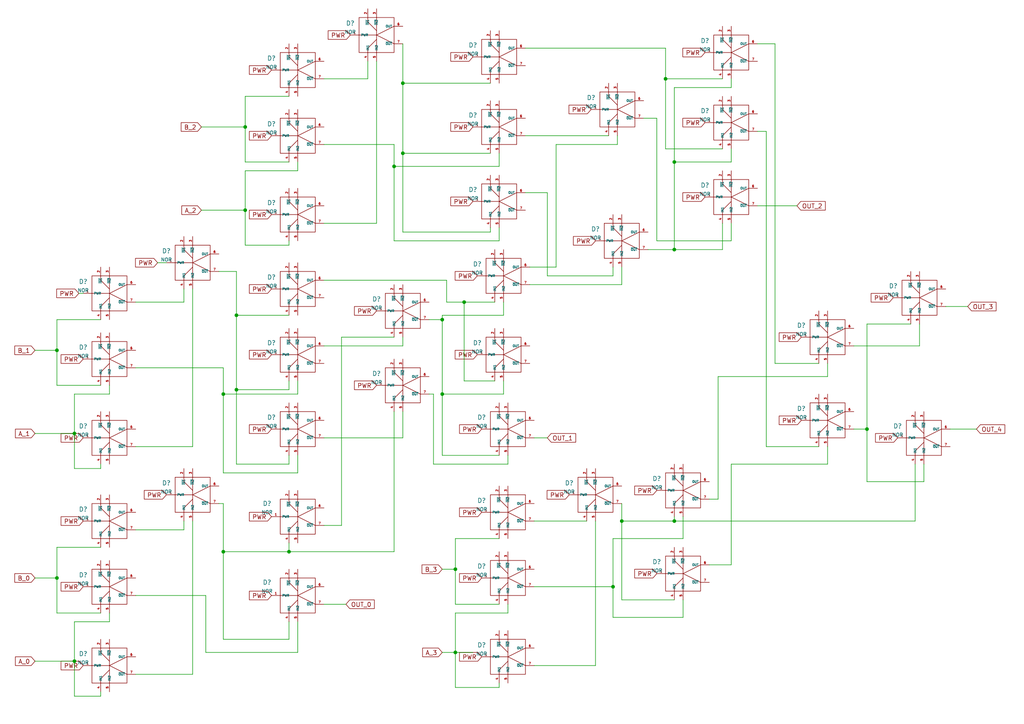
<source format=kicad_sch>
(kicad_sch (version 20211123) (generator eeschema)

  (uuid f1e1cb8b-5b78-476e-9f78-16ac2dd275c1)

  (paper "A4")

  (lib_symbols
    (symbol "fluidic:NOR" (in_bom yes) (on_board yes)
      (property "Reference" "D" (id 0) (at 1.27 1.27 0)
        (effects (font (size 1.27 1.27)))
      )
      (property "Value" "NOR" (id 1) (at 2.54 3.81 0)
        (effects (font (size 1 1)))
      )
      (property "Footprint" "" (id 2) (at 0 0 0)
        (effects (font (size 1.27 1.27)) hide)
      )
      (property "Datasheet" "" (id 3) (at 0 0 0)
        (effects (font (size 1.27 1.27)) hide)
      )
      (symbol "NOR_0_1"
        (rectangle (start -5.08 5.08) (end 5.08 -5.08)
          (stroke (width 0) (type default) (color 0 0 0 0))
          (fill (type none))
        )
        (polyline
          (pts
            (xy 0 -5.08)
            (xy 0 0)
          )
          (stroke (width 0) (type default) (color 0 0 0 0))
          (fill (type none))
        )
        (polyline
          (pts
            (xy 0 0)
            (xy 5.08 -2.54)
          )
          (stroke (width 0) (type default) (color 0 0 0 0))
          (fill (type none))
        )
        (polyline
          (pts
            (xy 0 5.08)
            (xy 0 0)
          )
          (stroke (width 0) (type default) (color 0 0 0 0))
          (fill (type none))
        )
        (polyline
          (pts
            (xy -5.08 0)
            (xy 0 0)
            (xy 5.08 2.54)
          )
          (stroke (width 0) (type default) (color 0 0 0 0))
          (fill (type none))
        )
        (polyline
          (pts
            (xy -2.54 -5.08)
            (xy -2.54 -3.81)
            (xy 0 -1.27)
          )
          (stroke (width 0) (type default) (color 0 0 0 0))
          (fill (type none))
        )
        (polyline
          (pts
            (xy -2.54 5.08)
            (xy -2.54 3.81)
            (xy 0 1.27)
          )
          (stroke (width 0) (type default) (color 0 0 0 0))
          (fill (type none))
        )
      )
      (symbol "NOR_1_1"
        (pin power_in line (at -7.62 0 0) (length 2.54)
          (name "PWR" (effects (font (size 0.635 0.635))))
          (number "1" (effects (font (size 0.635 0.635))))
        )
        (pin input line (at -2.54 7.62 270) (length 2.54)
          (name "~{IN1}" (effects (font (size 0.635 0.635))))
          (number "2" (effects (font (size 0.635 0.635))))
        )
        (pin input line (at 0 7.62 270) (length 2.54)
          (name "~{IN2}" (effects (font (size 0.635 0.635))))
          (number "3" (effects (font (size 0.635 0.635))))
        )
        (pin input line (at -2.54 -7.62 90) (length 2.54)
          (name "IN1" (effects (font (size 0.635 0.635))))
          (number "4" (effects (font (size 0.635 0.635))))
        )
        (pin input line (at 0 -7.62 90) (length 2.54)
          (name "IN2" (effects (font (size 0.635 0.635))))
          (number "5" (effects (font (size 0.635 0.635))))
        )
        (pin output line (at 7.62 2.54 180) (length 2.54)
          (name "OUT" (effects (font (size 0.635 0.635))))
          (number "6" (effects (font (size 0.635 0.635))))
        )
        (pin output line (at 7.62 -2.54 180) (length 2.54)
          (name "~{OUT}" (effects (font (size 0.635 0.635))))
          (number "7" (effects (font (size 0.635 0.635))))
        )
      )
    )
  )

  (junction (at 114.3 48.26) (diameter 0) (color 0 0 0 0)
    (uuid 16060954-f253-4156-b0d6-ca81911fca74)
  )
  (junction (at 16.51 167.64) (diameter 0) (color 0 0 0 0)
    (uuid 20c07519-98be-4ef3-9342-6ff1bd78f89c)
  )
  (junction (at 116.84 44.45) (diameter 0) (color 0 0 0 0)
    (uuid 281d009d-88a3-421d-ac6a-c095eddf6440)
  )
  (junction (at 128.27 114.3) (diameter 0) (color 0 0 0 0)
    (uuid 3342f8b3-53f2-4468-bba7-1d4be0dbf411)
  )
  (junction (at 68.58 91.44) (diameter 0) (color 0 0 0 0)
    (uuid 54d75f56-fff6-4ef7-93c5-aa83db53092a)
  )
  (junction (at 21.59 191.77) (diameter 0) (color 0 0 0 0)
    (uuid 55b3fa04-4cb2-4c38-9a60-240e73abd106)
  )
  (junction (at 195.58 46.99) (diameter 0) (color 0 0 0 0)
    (uuid 55d23ee7-599b-4be9-8c19-adcc55de1c15)
  )
  (junction (at 64.77 160.02) (diameter 0) (color 0 0 0 0)
    (uuid 578ca229-8123-4a9f-8fd0-69a183196436)
  )
  (junction (at 16.51 101.6) (diameter 0) (color 0 0 0 0)
    (uuid 57b3ca60-8550-43ee-a1b0-14ad8c078d29)
  )
  (junction (at 21.59 125.73) (diameter 0) (color 0 0 0 0)
    (uuid 5811788d-2489-42b5-a013-9c3ca83017bb)
  )
  (junction (at 132.08 165.1) (diameter 0) (color 0 0 0 0)
    (uuid 5f38571f-2196-44d0-98ca-37aaf27f1578)
  )
  (junction (at 134.62 87.63) (diameter 0) (color 0 0 0 0)
    (uuid 6a292424-55fc-47f7-9405-e0f4cdbbda6a)
  )
  (junction (at 193.04 22.86) (diameter 0) (color 0 0 0 0)
    (uuid 71cfb0a7-a09a-474f-9c38-75cc0c5fd88c)
  )
  (junction (at 116.84 24.13) (diameter 0) (color 0 0 0 0)
    (uuid 73972fc7-8278-4885-8175-6472ea29faeb)
  )
  (junction (at 128.27 92.71) (diameter 0) (color 0 0 0 0)
    (uuid 83c35dce-cd30-40ea-ac88-690c5958e3fb)
  )
  (junction (at 195.58 151.13) (diameter 0) (color 0 0 0 0)
    (uuid 878f4c82-da4b-4511-8eef-32025669e741)
  )
  (junction (at 132.08 189.23) (diameter 0) (color 0 0 0 0)
    (uuid 88b40eca-56d1-498d-b692-05a773e4c938)
  )
  (junction (at 195.58 72.39) (diameter 0) (color 0 0 0 0)
    (uuid 8dee3ca6-b4e1-492a-9bda-f4dddd4ea7dc)
  )
  (junction (at 71.12 60.96) (diameter 0) (color 0 0 0 0)
    (uuid 9c310ffb-c8ec-4f16-9f4c-b6183ffd0977)
  )
  (junction (at 71.12 36.83) (diameter 0) (color 0 0 0 0)
    (uuid a900c6b9-620f-4a8a-8a2c-efe29aae85f9)
  )
  (junction (at 251.46 124.46) (diameter 0) (color 0 0 0 0)
    (uuid bb565124-e6d3-4720-9550-59c4c6dbae92)
  )
  (junction (at 180.34 151.13) (diameter 0) (color 0 0 0 0)
    (uuid c6be67ae-86a5-460c-ac4f-52fc5c70cfe7)
  )
  (junction (at 64.77 114.3) (diameter 0) (color 0 0 0 0)
    (uuid e436656c-2646-405a-a1af-8877e7aec582)
  )
  (junction (at 68.58 113.03) (diameter 0) (color 0 0 0 0)
    (uuid f488d751-d721-46fa-aa09-ca940f9b7d59)
  )
  (junction (at 177.8 170.18) (diameter 0) (color 0 0 0 0)
    (uuid f51744c9-8954-4a77-8462-4ce108d27886)
  )
  (junction (at 83.82 160.02) (diameter 0) (color 0 0 0 0)
    (uuid fdc7ceb4-4fbd-40da-822b-00cf0d83cf96)
  )

  (wire (pts (xy 128.27 92.71) (xy 128.27 114.3))
    (stroke (width 0) (type default) (color 0 0 0 0))
    (uuid 00a014ba-d81b-4fc8-bbb6-1cedcb256663)
  )
  (wire (pts (xy 39.37 87.63) (xy 53.34 87.63))
    (stroke (width 0) (type default) (color 0 0 0 0))
    (uuid 01cd5a19-7861-4a7e-b454-a2da768525a9)
  )
  (wire (pts (xy 99.06 152.4) (xy 99.06 97.79))
    (stroke (width 0) (type default) (color 0 0 0 0))
    (uuid 01d4b09c-5a5d-4b36-9a76-cd5edb9ae91b)
  )
  (wire (pts (xy 195.58 46.99) (xy 212.09 46.99))
    (stroke (width 0) (type default) (color 0 0 0 0))
    (uuid 045efcdb-9937-4ba4-a793-2d41f884be16)
  )
  (wire (pts (xy 154.94 127) (xy 158.75 127))
    (stroke (width 0) (type default) (color 0 0 0 0))
    (uuid 05098a5f-4f21-43e1-b6d4-bc394239840c)
  )
  (wire (pts (xy 16.51 167.64) (xy 16.51 177.8))
    (stroke (width 0) (type default) (color 0 0 0 0))
    (uuid 05527240-e21a-4650-aab8-8e5138237a26)
  )
  (wire (pts (xy 154.94 170.18) (xy 177.8 170.18))
    (stroke (width 0) (type default) (color 0 0 0 0))
    (uuid 05a9baa6-d12d-43e3-ac13-28efdd5fc67b)
  )
  (wire (pts (xy 109.22 17.78) (xy 109.22 64.77))
    (stroke (width 0) (type default) (color 0 0 0 0))
    (uuid 05edbc62-b0b9-40b2-88e8-1392c362ff96)
  )
  (wire (pts (xy 180.34 77.47) (xy 180.34 82.55))
    (stroke (width 0) (type default) (color 0 0 0 0))
    (uuid 05f23227-42f3-49cd-91f4-f1d5eccfbe69)
  )
  (wire (pts (xy 68.58 91.44) (xy 83.82 91.44))
    (stroke (width 0) (type default) (color 0 0 0 0))
    (uuid 062ee03c-ae9e-4cee-967b-70783e342771)
  )
  (wire (pts (xy 154.94 193.04) (xy 172.72 193.04))
    (stroke (width 0) (type default) (color 0 0 0 0))
    (uuid 0675a652-5e94-4396-b141-aef68fa86f1c)
  )
  (wire (pts (xy 86.36 132.08) (xy 86.36 137.16))
    (stroke (width 0) (type default) (color 0 0 0 0))
    (uuid 06f56621-ea7a-4e65-808b-297ae945ab8a)
  )
  (wire (pts (xy 64.77 114.3) (xy 64.77 106.68))
    (stroke (width 0) (type default) (color 0 0 0 0))
    (uuid 0ae547e4-058e-463d-99f4-b88c1ba88bdf)
  )
  (wire (pts (xy 132.08 156.21) (xy 144.78 156.21))
    (stroke (width 0) (type default) (color 0 0 0 0))
    (uuid 0c611d81-1e72-4897-8308-229629ef04c0)
  )
  (wire (pts (xy 16.51 101.6) (xy 16.51 111.76))
    (stroke (width 0) (type default) (color 0 0 0 0))
    (uuid 104cfda8-d7bd-429e-b975-91822207ad3b)
  )
  (wire (pts (xy 63.5 146.05) (xy 64.77 146.05))
    (stroke (width 0) (type default) (color 0 0 0 0))
    (uuid 11bc389c-19ff-44c1-84da-1573e5ab0a85)
  )
  (wire (pts (xy 58.42 60.96) (xy 71.12 60.96))
    (stroke (width 0) (type default) (color 0 0 0 0))
    (uuid 1205aca7-c529-47fc-8679-6c2ff67c044a)
  )
  (wire (pts (xy 116.84 24.13) (xy 116.84 44.45))
    (stroke (width 0) (type default) (color 0 0 0 0))
    (uuid 1235299c-1f3e-4e0b-a456-a1bda7bdc9be)
  )
  (wire (pts (xy 190.5 69.85) (xy 212.09 69.85))
    (stroke (width 0) (type default) (color 0 0 0 0))
    (uuid 134fc00f-bc64-4b93-969a-f7bcad2388b9)
  )
  (wire (pts (xy 219.71 12.7) (xy 224.79 12.7))
    (stroke (width 0) (type default) (color 0 0 0 0))
    (uuid 14f137c3-7979-4bd7-8c9f-4bd16b368fa5)
  )
  (wire (pts (xy 45.72 76.2) (xy 48.26 76.2))
    (stroke (width 0) (type default) (color 0 0 0 0))
    (uuid 171a7b1d-ce8d-4078-86ad-e1e5f2210e74)
  )
  (wire (pts (xy 10.16 167.64) (xy 16.51 167.64))
    (stroke (width 0) (type default) (color 0 0 0 0))
    (uuid 175ac094-9727-455c-8e5d-a4c4f26788ef)
  )
  (wire (pts (xy 31.75 114.3) (xy 31.75 111.76))
    (stroke (width 0) (type default) (color 0 0 0 0))
    (uuid 18139aa8-af82-430d-89a2-4bf492009072)
  )
  (wire (pts (xy 240.03 134.62) (xy 240.03 129.54))
    (stroke (width 0) (type default) (color 0 0 0 0))
    (uuid 18588615-0648-43ed-a90a-81de2bc2076d)
  )
  (wire (pts (xy 144.78 198.12) (xy 144.78 199.39))
    (stroke (width 0) (type default) (color 0 0 0 0))
    (uuid 185dde22-7889-45ca-a134-35ebaae04e55)
  )
  (wire (pts (xy 208.28 109.22) (xy 240.03 109.22))
    (stroke (width 0) (type default) (color 0 0 0 0))
    (uuid 18a8c07b-7182-4989-a888-78f28f9187ee)
  )
  (wire (pts (xy 83.82 185.42) (xy 83.82 180.34))
    (stroke (width 0) (type default) (color 0 0 0 0))
    (uuid 199585e0-18e8-4aef-acef-3d7adad0a237)
  )
  (wire (pts (xy 64.77 160.02) (xy 83.82 160.02))
    (stroke (width 0) (type default) (color 0 0 0 0))
    (uuid 1a5abd09-f24d-4803-9522-cda159a09667)
  )
  (wire (pts (xy 180.34 151.13) (xy 180.34 173.99))
    (stroke (width 0) (type default) (color 0 0 0 0))
    (uuid 1a7747b2-dccd-4264-ba71-e9decf5038a4)
  )
  (wire (pts (xy 106.68 22.86) (xy 106.68 17.78))
    (stroke (width 0) (type default) (color 0 0 0 0))
    (uuid 1b2f3b05-9718-4396-ac3e-5995b44ad0eb)
  )
  (wire (pts (xy 114.3 119.38) (xy 114.3 160.02))
    (stroke (width 0) (type default) (color 0 0 0 0))
    (uuid 1b2f9df8-dd6e-41ab-a3a5-5d9bce9ae8d1)
  )
  (wire (pts (xy 180.34 173.99) (xy 195.58 173.99))
    (stroke (width 0) (type default) (color 0 0 0 0))
    (uuid 1b709a93-c61a-4109-9a43-ea51ce5d3edd)
  )
  (wire (pts (xy 153.67 77.47) (xy 161.29 77.47))
    (stroke (width 0) (type default) (color 0 0 0 0))
    (uuid 1f18c67a-130a-4b31-84b5-c1d96f4b5ca4)
  )
  (wire (pts (xy 10.16 125.73) (xy 21.59 125.73))
    (stroke (width 0) (type default) (color 0 0 0 0))
    (uuid 2029d045-0f08-4012-a722-b12272b2dbf4)
  )
  (wire (pts (xy 209.55 72.39) (xy 209.55 64.77))
    (stroke (width 0) (type default) (color 0 0 0 0))
    (uuid 2182d0e5-e889-416b-8415-9e78ef3883fd)
  )
  (wire (pts (xy 93.98 127) (xy 116.84 127))
    (stroke (width 0) (type default) (color 0 0 0 0))
    (uuid 21d506b6-6047-4859-9aa7-bfe236ef76b1)
  )
  (wire (pts (xy 177.8 179.07) (xy 198.12 179.07))
    (stroke (width 0) (type default) (color 0 0 0 0))
    (uuid 2237f1ce-636c-4381-878b-7dff5a65c7fd)
  )
  (wire (pts (xy 116.84 44.45) (xy 116.84 67.31))
    (stroke (width 0) (type default) (color 0 0 0 0))
    (uuid 2581b6cd-916b-4148-8bab-7728a6ccf07a)
  )
  (wire (pts (xy 154.94 151.13) (xy 170.18 151.13))
    (stroke (width 0) (type default) (color 0 0 0 0))
    (uuid 25b8e71a-16ad-44a6-8f91-8a4307e8f9ee)
  )
  (wire (pts (xy 114.3 48.26) (xy 144.78 48.26))
    (stroke (width 0) (type default) (color 0 0 0 0))
    (uuid 2690bb63-4817-4f2a-a969-66deee1b3653)
  )
  (wire (pts (xy 99.06 97.79) (xy 114.3 97.79))
    (stroke (width 0) (type default) (color 0 0 0 0))
    (uuid 285b8438-5d7e-4bde-a893-166c5cc13fd1)
  )
  (wire (pts (xy 180.34 151.13) (xy 195.58 151.13))
    (stroke (width 0) (type default) (color 0 0 0 0))
    (uuid 291edd24-0108-4713-ac88-f52e8f888bdf)
  )
  (wire (pts (xy 161.29 77.47) (xy 161.29 41.91))
    (stroke (width 0) (type default) (color 0 0 0 0))
    (uuid 2c1f777d-1c2d-421f-9e75-ed96e6d9042a)
  )
  (wire (pts (xy 177.8 156.21) (xy 177.8 170.18))
    (stroke (width 0) (type default) (color 0 0 0 0))
    (uuid 2d82f1dd-db66-4b47-83ca-c4db21d5c1a9)
  )
  (wire (pts (xy 222.25 129.54) (xy 237.49 129.54))
    (stroke (width 0) (type default) (color 0 0 0 0))
    (uuid 2d98ea34-c582-43a0-83f7-f4c9d74ded11)
  )
  (wire (pts (xy 247.65 100.33) (xy 266.7 100.33))
    (stroke (width 0) (type default) (color 0 0 0 0))
    (uuid 2de3fa81-ca57-4cfc-93b8-071d84f694ff)
  )
  (wire (pts (xy 193.04 13.97) (xy 193.04 22.86))
    (stroke (width 0) (type default) (color 0 0 0 0))
    (uuid 2e773fd7-9bbb-48f3-a30f-46c10bd85479)
  )
  (wire (pts (xy 29.21 201.93) (xy 21.59 201.93))
    (stroke (width 0) (type default) (color 0 0 0 0))
    (uuid 2ec6cf37-4b39-4f8d-b2a5-0a12963588e2)
  )
  (wire (pts (xy 68.58 113.03) (xy 83.82 113.03))
    (stroke (width 0) (type default) (color 0 0 0 0))
    (uuid 2fbb43fb-1a6c-497a-b52d-2f19227ab15b)
  )
  (wire (pts (xy 93.98 64.77) (xy 109.22 64.77))
    (stroke (width 0) (type default) (color 0 0 0 0))
    (uuid 31b93119-b893-4bf9-bef6-fb5fb5c5edcd)
  )
  (wire (pts (xy 58.42 36.83) (xy 71.12 36.83))
    (stroke (width 0) (type default) (color 0 0 0 0))
    (uuid 320705d8-4d7c-4302-8b3e-dbe54aa69e95)
  )
  (wire (pts (xy 146.05 91.44) (xy 128.27 91.44))
    (stroke (width 0) (type default) (color 0 0 0 0))
    (uuid 352d3488-56b5-4c11-8dda-72e13eaebf79)
  )
  (wire (pts (xy 142.24 67.31) (xy 142.24 66.04))
    (stroke (width 0) (type default) (color 0 0 0 0))
    (uuid 354d6c60-a68a-466f-ad57-e8b96b7dc99c)
  )
  (wire (pts (xy 158.75 80.01) (xy 177.8 80.01))
    (stroke (width 0) (type default) (color 0 0 0 0))
    (uuid 3552472f-2e71-42ae-9c1a-f6f9a66c8dd3)
  )
  (wire (pts (xy 116.84 12.7) (xy 116.84 24.13))
    (stroke (width 0) (type default) (color 0 0 0 0))
    (uuid 364fff2f-45b5-4399-998c-7f035aa9ce37)
  )
  (wire (pts (xy 16.51 158.75) (xy 16.51 167.64))
    (stroke (width 0) (type default) (color 0 0 0 0))
    (uuid 372bcdc0-60fe-4cae-8842-375133b8bb41)
  )
  (wire (pts (xy 152.4 55.88) (xy 158.75 55.88))
    (stroke (width 0) (type default) (color 0 0 0 0))
    (uuid 39afa8f3-3fe8-45c1-8196-9c71cc6dd94a)
  )
  (wire (pts (xy 10.16 191.77) (xy 21.59 191.77))
    (stroke (width 0) (type default) (color 0 0 0 0))
    (uuid 39bbcf4f-1f31-46ad-9b14-91d29675860d)
  )
  (wire (pts (xy 21.59 191.77) (xy 21.59 180.34))
    (stroke (width 0) (type default) (color 0 0 0 0))
    (uuid 3bb9b231-4a8c-4dca-b5ee-b4fefdfc7981)
  )
  (wire (pts (xy 125.73 114.3) (xy 125.73 134.62))
    (stroke (width 0) (type default) (color 0 0 0 0))
    (uuid 3e7e613e-750b-4de4-b81c-3cd3e2b7bb3f)
  )
  (wire (pts (xy 144.78 48.26) (xy 144.78 44.45))
    (stroke (width 0) (type default) (color 0 0 0 0))
    (uuid 3eb37954-44ae-4ab0-bcab-92354ba94b62)
  )
  (wire (pts (xy 134.62 87.63) (xy 134.62 110.49))
    (stroke (width 0) (type default) (color 0 0 0 0))
    (uuid 40442efa-0d37-426a-a160-31c10097c532)
  )
  (wire (pts (xy 247.65 124.46) (xy 251.46 124.46))
    (stroke (width 0) (type default) (color 0 0 0 0))
    (uuid 41faa3bd-a8d9-44d5-b8e4-55c21c9769a4)
  )
  (wire (pts (xy 180.34 146.05) (xy 180.34 151.13))
    (stroke (width 0) (type default) (color 0 0 0 0))
    (uuid 47049694-1365-4510-9b83-dfc7271d85c2)
  )
  (wire (pts (xy 39.37 172.72) (xy 59.69 172.72))
    (stroke (width 0) (type default) (color 0 0 0 0))
    (uuid 483e25a3-52c6-4ddd-a379-675d9b94433d)
  )
  (wire (pts (xy 39.37 153.67) (xy 53.34 153.67))
    (stroke (width 0) (type default) (color 0 0 0 0))
    (uuid 4a844529-7c9e-4e67-8467-419567b9d335)
  )
  (wire (pts (xy 128.27 114.3) (xy 146.05 114.3))
    (stroke (width 0) (type default) (color 0 0 0 0))
    (uuid 4cffffd1-d290-4263-bb37-78d8e6b4733a)
  )
  (wire (pts (xy 21.59 135.89) (xy 21.59 125.73))
    (stroke (width 0) (type default) (color 0 0 0 0))
    (uuid 4dec3d27-a28c-4a16-b790-95f38f945e07)
  )
  (wire (pts (xy 114.3 69.85) (xy 114.3 48.26))
    (stroke (width 0) (type default) (color 0 0 0 0))
    (uuid 54279e57-88e8-4a94-bd2c-885f9e589894)
  )
  (wire (pts (xy 59.69 172.72) (xy 59.69 189.23))
    (stroke (width 0) (type default) (color 0 0 0 0))
    (uuid 54424619-56f9-4174-8ad4-12af9e12d1c8)
  )
  (wire (pts (xy 212.09 163.83) (xy 212.09 134.62))
    (stroke (width 0) (type default) (color 0 0 0 0))
    (uuid 58cec94a-ec9b-46e7-8a30-238257de3482)
  )
  (wire (pts (xy 143.51 110.49) (xy 134.62 110.49))
    (stroke (width 0) (type default) (color 0 0 0 0))
    (uuid 5d476079-280f-4cec-9afc-a606e338b89e)
  )
  (wire (pts (xy 251.46 124.46) (xy 251.46 139.7))
    (stroke (width 0) (type default) (color 0 0 0 0))
    (uuid 5e06e207-3bb3-46b6-96be-1558c4b36930)
  )
  (wire (pts (xy 146.05 87.63) (xy 146.05 91.44))
    (stroke (width 0) (type default) (color 0 0 0 0))
    (uuid 5f971e13-50e1-435b-aad9-2877f1ff93ef)
  )
  (wire (pts (xy 208.28 144.78) (xy 208.28 109.22))
    (stroke (width 0) (type default) (color 0 0 0 0))
    (uuid 5fb9de57-db44-42e9-9763-a518b764c16d)
  )
  (wire (pts (xy 31.75 180.34) (xy 31.75 177.8))
    (stroke (width 0) (type default) (color 0 0 0 0))
    (uuid 6002c913-2d84-49bc-8900-718bf87bed23)
  )
  (wire (pts (xy 16.51 92.71) (xy 29.21 92.71))
    (stroke (width 0) (type default) (color 0 0 0 0))
    (uuid 623f139b-e8e6-4278-99cb-c4dd27d11651)
  )
  (wire (pts (xy 86.36 180.34) (xy 86.36 189.23))
    (stroke (width 0) (type default) (color 0 0 0 0))
    (uuid 62404ac1-f87c-4457-9386-b34e2b788edb)
  )
  (wire (pts (xy 116.84 97.79) (xy 116.84 100.33))
    (stroke (width 0) (type default) (color 0 0 0 0))
    (uuid 6642f19b-57bb-42cb-bd83-c610f79e4f5e)
  )
  (wire (pts (xy 147.32 177.8) (xy 147.32 175.26))
    (stroke (width 0) (type default) (color 0 0 0 0))
    (uuid 66e86d39-8fba-4f6f-ad48-eaf5694ac16e)
  )
  (wire (pts (xy 71.12 49.53) (xy 71.12 60.96))
    (stroke (width 0) (type default) (color 0 0 0 0))
    (uuid 6707eb88-04be-4e9f-8fa0-863707be4b44)
  )
  (wire (pts (xy 147.32 134.62) (xy 147.32 132.08))
    (stroke (width 0) (type default) (color 0 0 0 0))
    (uuid 68270562-647d-4ba4-b401-6fbb5c034b9c)
  )
  (wire (pts (xy 64.77 160.02) (xy 64.77 185.42))
    (stroke (width 0) (type default) (color 0 0 0 0))
    (uuid 69809a34-7e40-4d98-b2c2-d835b3ed71d8)
  )
  (wire (pts (xy 124.46 92.71) (xy 128.27 92.71))
    (stroke (width 0) (type default) (color 0 0 0 0))
    (uuid 698f77c4-3274-4e8c-ab93-0dadbdeb047f)
  )
  (wire (pts (xy 71.12 36.83) (xy 71.12 46.99))
    (stroke (width 0) (type default) (color 0 0 0 0))
    (uuid 6adc6115-fa7c-46ff-8cce-c5752974b7c9)
  )
  (wire (pts (xy 86.36 110.49) (xy 86.36 114.3))
    (stroke (width 0) (type default) (color 0 0 0 0))
    (uuid 6d3097d8-bb92-43f4-84e3-06aeb339547f)
  )
  (wire (pts (xy 128.27 165.1) (xy 132.08 165.1))
    (stroke (width 0) (type default) (color 0 0 0 0))
    (uuid 6e32372d-03b8-492e-89ef-821569e60dcb)
  )
  (wire (pts (xy 195.58 151.13) (xy 265.43 151.13))
    (stroke (width 0) (type default) (color 0 0 0 0))
    (uuid 6eb2f2c9-58e8-4b17-89cf-e2177ee40a2c)
  )
  (wire (pts (xy 161.29 41.91) (xy 179.07 41.91))
    (stroke (width 0) (type default) (color 0 0 0 0))
    (uuid 6fb6d0fc-72f3-41b2-ae1d-3b1f1df58f3f)
  )
  (wire (pts (xy 21.59 114.3) (xy 31.75 114.3))
    (stroke (width 0) (type default) (color 0 0 0 0))
    (uuid 71b6a620-ed11-4bd9-9c64-e74f7354f2e2)
  )
  (wire (pts (xy 129.54 81.28) (xy 129.54 87.63))
    (stroke (width 0) (type default) (color 0 0 0 0))
    (uuid 7241afbf-86ee-484c-b17c-8cff7fb6d2b0)
  )
  (wire (pts (xy 193.04 43.18) (xy 193.04 22.86))
    (stroke (width 0) (type default) (color 0 0 0 0))
    (uuid 743ac593-fe65-4c04-99c1-db6c020f0dbd)
  )
  (wire (pts (xy 177.8 170.18) (xy 177.8 179.07))
    (stroke (width 0) (type default) (color 0 0 0 0))
    (uuid 752fd917-67d6-499e-aecc-432ced5dcc4b)
  )
  (wire (pts (xy 68.58 113.03) (xy 68.58 134.62))
    (stroke (width 0) (type default) (color 0 0 0 0))
    (uuid 75cc9245-6012-41af-85cd-a5d14081274d)
  )
  (wire (pts (xy 219.71 38.1) (xy 222.25 38.1))
    (stroke (width 0) (type default) (color 0 0 0 0))
    (uuid 7647d24d-2d01-48cf-bd04-3dcb9290f9c6)
  )
  (wire (pts (xy 128.27 91.44) (xy 128.27 92.71))
    (stroke (width 0) (type default) (color 0 0 0 0))
    (uuid 767b2da4-a534-4456-99fa-06b16ed824f6)
  )
  (wire (pts (xy 132.08 189.23) (xy 132.08 177.8))
    (stroke (width 0) (type default) (color 0 0 0 0))
    (uuid 78bb75c4-f1db-4717-97ff-71c97ea7f282)
  )
  (wire (pts (xy 86.36 137.16) (xy 64.77 137.16))
    (stroke (width 0) (type default) (color 0 0 0 0))
    (uuid 79d8f5f8-3775-4557-8d06-97547ef66735)
  )
  (wire (pts (xy 71.12 27.94) (xy 71.12 36.83))
    (stroke (width 0) (type default) (color 0 0 0 0))
    (uuid 7a2fa188-22d1-48cf-8cf6-25ce7869fdfd)
  )
  (wire (pts (xy 128.27 189.23) (xy 132.08 189.23))
    (stroke (width 0) (type default) (color 0 0 0 0))
    (uuid 7a6b4ca7-eab0-43fa-a1a7-7fe318533e35)
  )
  (wire (pts (xy 71.12 71.12) (xy 71.12 60.96))
    (stroke (width 0) (type default) (color 0 0 0 0))
    (uuid 7bce8c83-79a9-4e44-9a75-e14f6227c70f)
  )
  (wire (pts (xy 59.69 189.23) (xy 86.36 189.23))
    (stroke (width 0) (type default) (color 0 0 0 0))
    (uuid 7d2ec617-1fa5-49a7-b3c4-454f602bcb1d)
  )
  (wire (pts (xy 53.34 153.67) (xy 53.34 151.13))
    (stroke (width 0) (type default) (color 0 0 0 0))
    (uuid 7db3dad5-c82a-4f53-b995-85cd15deab0b)
  )
  (wire (pts (xy 128.27 114.3) (xy 128.27 132.08))
    (stroke (width 0) (type default) (color 0 0 0 0))
    (uuid 7f044edc-608d-4be9-bf32-c80d4523912a)
  )
  (wire (pts (xy 179.07 41.91) (xy 179.07 39.37))
    (stroke (width 0) (type default) (color 0 0 0 0))
    (uuid 7f190c7d-13c4-4ee0-9373-6b12ac917638)
  )
  (wire (pts (xy 132.08 165.1) (xy 132.08 175.26))
    (stroke (width 0) (type default) (color 0 0 0 0))
    (uuid 808ef12f-1e01-4534-9bcc-b0d5cb59f95b)
  )
  (wire (pts (xy 195.58 25.4) (xy 195.58 46.99))
    (stroke (width 0) (type default) (color 0 0 0 0))
    (uuid 80be3ab4-829e-43a3-bd55-52250422ddbe)
  )
  (wire (pts (xy 116.84 44.45) (xy 142.24 44.45))
    (stroke (width 0) (type default) (color 0 0 0 0))
    (uuid 8141dd28-5604-452e-8e66-df8f36cd4376)
  )
  (wire (pts (xy 29.21 111.76) (xy 16.51 111.76))
    (stroke (width 0) (type default) (color 0 0 0 0))
    (uuid 835ee1d1-1f21-4d4f-a1c2-299e58d41f19)
  )
  (wire (pts (xy 132.08 199.39) (xy 132.08 189.23))
    (stroke (width 0) (type default) (color 0 0 0 0))
    (uuid 8368a157-971d-480d-8530-4ac19da96150)
  )
  (wire (pts (xy 212.09 69.85) (xy 212.09 64.77))
    (stroke (width 0) (type default) (color 0 0 0 0))
    (uuid 85bcc53c-2d5e-4527-a231-79d58f3e91bd)
  )
  (wire (pts (xy 83.82 132.08) (xy 83.82 134.62))
    (stroke (width 0) (type default) (color 0 0 0 0))
    (uuid 86009d59-5c9b-43c9-9d62-b4ae80cb88c2)
  )
  (wire (pts (xy 16.51 92.71) (xy 16.51 101.6))
    (stroke (width 0) (type default) (color 0 0 0 0))
    (uuid 86daeec6-117f-4469-aed6-9b8004d6e57c)
  )
  (wire (pts (xy 212.09 22.86) (xy 212.09 25.4))
    (stroke (width 0) (type default) (color 0 0 0 0))
    (uuid 873bc696-820c-4002-88ca-780e50c0b8fb)
  )
  (wire (pts (xy 132.08 189.23) (xy 137.16 189.23))
    (stroke (width 0) (type default) (color 0 0 0 0))
    (uuid 8758949c-7c47-43c1-805c-4bc17be88892)
  )
  (wire (pts (xy 212.09 134.62) (xy 240.03 134.62))
    (stroke (width 0) (type default) (color 0 0 0 0))
    (uuid 8d4c3bf9-e328-4821-b32b-f85635b9d377)
  )
  (wire (pts (xy 125.73 134.62) (xy 147.32 134.62))
    (stroke (width 0) (type default) (color 0 0 0 0))
    (uuid 8dbe3198-fea3-4367-becc-794feeb48350)
  )
  (wire (pts (xy 116.84 127) (xy 116.84 119.38))
    (stroke (width 0) (type default) (color 0 0 0 0))
    (uuid 8de67530-22c7-4b40-8874-145667d61039)
  )
  (wire (pts (xy 83.82 160.02) (xy 114.3 160.02))
    (stroke (width 0) (type default) (color 0 0 0 0))
    (uuid 90ec3419-947e-409a-903b-33da1cf8c101)
  )
  (wire (pts (xy 64.77 137.16) (xy 64.77 114.3))
    (stroke (width 0) (type default) (color 0 0 0 0))
    (uuid 921673e1-cda4-43b3-971a-d819fd817c40)
  )
  (wire (pts (xy 22.86 85.09) (xy 24.13 85.09))
    (stroke (width 0) (type default) (color 0 0 0 0))
    (uuid 92f19c71-19c5-469b-87a7-f25ec24639fd)
  )
  (wire (pts (xy 158.75 55.88) (xy 158.75 80.01))
    (stroke (width 0) (type default) (color 0 0 0 0))
    (uuid 931bbf19-9563-46f5-82ad-37a0d8d45c5e)
  )
  (wire (pts (xy 193.04 22.86) (xy 209.55 22.86))
    (stroke (width 0) (type default) (color 0 0 0 0))
    (uuid 939adf1e-bc7a-4fc0-9c1f-af85d286bf2b)
  )
  (wire (pts (xy 124.46 114.3) (xy 125.73 114.3))
    (stroke (width 0) (type default) (color 0 0 0 0))
    (uuid 950de794-9231-4968-a088-f085cdae172b)
  )
  (wire (pts (xy 16.51 158.75) (xy 29.21 158.75))
    (stroke (width 0) (type default) (color 0 0 0 0))
    (uuid 957d2d16-76be-49d5-b53b-b0f8280ceee8)
  )
  (wire (pts (xy 116.84 67.31) (xy 142.24 67.31))
    (stroke (width 0) (type default) (color 0 0 0 0))
    (uuid 9584cd9f-2518-484f-b7b8-9172ae68a0ed)
  )
  (wire (pts (xy 83.82 71.12) (xy 71.12 71.12))
    (stroke (width 0) (type default) (color 0 0 0 0))
    (uuid 9679cd88-eb03-4c2d-9808-59c90b835ea2)
  )
  (wire (pts (xy 144.78 66.04) (xy 144.78 69.85))
    (stroke (width 0) (type default) (color 0 0 0 0))
    (uuid 968f352e-3152-45c7-804b-946cf9d3438b)
  )
  (wire (pts (xy 93.98 81.28) (xy 129.54 81.28))
    (stroke (width 0) (type default) (color 0 0 0 0))
    (uuid 9811dee6-98e0-4637-a7fc-204adbebd614)
  )
  (wire (pts (xy 129.54 87.63) (xy 134.62 87.63))
    (stroke (width 0) (type default) (color 0 0 0 0))
    (uuid 9855a902-5b19-4e6e-b984-b1c40a473183)
  )
  (wire (pts (xy 116.84 24.13) (xy 142.24 24.13))
    (stroke (width 0) (type default) (color 0 0 0 0))
    (uuid 9959e1a0-fc01-4487-b976-9fc63650deaa)
  )
  (wire (pts (xy 39.37 129.54) (xy 55.88 129.54))
    (stroke (width 0) (type default) (color 0 0 0 0))
    (uuid 9cff4f31-4b2f-44d3-8073-2e1839a54498)
  )
  (wire (pts (xy 132.08 177.8) (xy 147.32 177.8))
    (stroke (width 0) (type default) (color 0 0 0 0))
    (uuid 9d15c989-b6bc-4829-99a3-a1727921bd91)
  )
  (wire (pts (xy 132.08 156.21) (xy 132.08 165.1))
    (stroke (width 0) (type default) (color 0 0 0 0))
    (uuid 9e599a00-a7bf-4638-ae0f-a6345b89b6b2)
  )
  (wire (pts (xy 187.96 72.39) (xy 195.58 72.39))
    (stroke (width 0) (type default) (color 0 0 0 0))
    (uuid a02c6e5b-4591-48db-bff5-75d5ae8a503d)
  )
  (wire (pts (xy 274.32 88.9) (xy 280.67 88.9))
    (stroke (width 0) (type default) (color 0 0 0 0))
    (uuid a0a2217a-67d1-405d-a2fb-187ee99264cf)
  )
  (wire (pts (xy 134.62 87.63) (xy 143.51 87.63))
    (stroke (width 0) (type default) (color 0 0 0 0))
    (uuid a0fe1dab-4ab0-4946-bc08-195479bb0e72)
  )
  (wire (pts (xy 177.8 80.01) (xy 177.8 77.47))
    (stroke (width 0) (type default) (color 0 0 0 0))
    (uuid a1480268-b06e-4cef-8be7-73bfd61e204c)
  )
  (wire (pts (xy 198.12 149.86) (xy 198.12 156.21))
    (stroke (width 0) (type default) (color 0 0 0 0))
    (uuid a1c1f11c-8d7c-49b5-8c33-de259d91c7db)
  )
  (wire (pts (xy 29.21 134.62) (xy 29.21 135.89))
    (stroke (width 0) (type default) (color 0 0 0 0))
    (uuid a3189b92-1571-4523-bbab-3e0817f0c93b)
  )
  (wire (pts (xy 93.98 175.26) (xy 100.33 175.26))
    (stroke (width 0) (type default) (color 0 0 0 0))
    (uuid a36baf57-25a4-40be-8389-52d802ad690d)
  )
  (wire (pts (xy 128.27 132.08) (xy 144.78 132.08))
    (stroke (width 0) (type default) (color 0 0 0 0))
    (uuid a3c1f94b-68a2-4a2d-aef5-c55210f77dea)
  )
  (wire (pts (xy 265.43 134.62) (xy 265.43 151.13))
    (stroke (width 0) (type default) (color 0 0 0 0))
    (uuid a517f3f2-d516-4346-a9d0-9fed7e370b67)
  )
  (wire (pts (xy 144.78 69.85) (xy 114.3 69.85))
    (stroke (width 0) (type default) (color 0 0 0 0))
    (uuid a58502fe-e79c-47fa-b896-d9b85ebda500)
  )
  (wire (pts (xy 144.78 199.39) (xy 132.08 199.39))
    (stroke (width 0) (type default) (color 0 0 0 0))
    (uuid a72bbb0a-7418-4057-a573-12f044c34401)
  )
  (wire (pts (xy 212.09 43.18) (xy 212.09 46.99))
    (stroke (width 0) (type default) (color 0 0 0 0))
    (uuid a8e3ff8b-6128-4736-b91f-668182eea316)
  )
  (wire (pts (xy 21.59 201.93) (xy 21.59 191.77))
    (stroke (width 0) (type default) (color 0 0 0 0))
    (uuid aa753f74-60f1-4aec-964b-052765e8a085)
  )
  (wire (pts (xy 195.58 46.99) (xy 195.58 72.39))
    (stroke (width 0) (type default) (color 0 0 0 0))
    (uuid aedec387-f188-4644-85a6-edc34da3cb9f)
  )
  (wire (pts (xy 21.59 180.34) (xy 31.75 180.34))
    (stroke (width 0) (type default) (color 0 0 0 0))
    (uuid afe63630-9920-43e1-96f3-03aeb422e975)
  )
  (wire (pts (xy 71.12 49.53) (xy 86.36 49.53))
    (stroke (width 0) (type default) (color 0 0 0 0))
    (uuid b0002be1-4226-4029-82f8-75039f5701cb)
  )
  (wire (pts (xy 68.58 91.44) (xy 68.58 113.03))
    (stroke (width 0) (type default) (color 0 0 0 0))
    (uuid b05c18fd-7a48-4e68-ae00-bd3e55f9470e)
  )
  (wire (pts (xy 83.82 69.85) (xy 83.82 71.12))
    (stroke (width 0) (type default) (color 0 0 0 0))
    (uuid b2966273-29eb-45c4-aa7b-830b343cea9d)
  )
  (wire (pts (xy 83.82 157.48) (xy 83.82 160.02))
    (stroke (width 0) (type default) (color 0 0 0 0))
    (uuid b5fbe330-9416-4e87-b147-71b68bbefba4)
  )
  (wire (pts (xy 190.5 34.29) (xy 190.5 69.85))
    (stroke (width 0) (type default) (color 0 0 0 0))
    (uuid b6b163d7-7dd2-4fe5-a133-07f6acc392ad)
  )
  (wire (pts (xy 10.16 101.6) (xy 16.51 101.6))
    (stroke (width 0) (type default) (color 0 0 0 0))
    (uuid b736941f-990c-442f-ae07-a43c943e425e)
  )
  (wire (pts (xy 266.7 100.33) (xy 266.7 93.98))
    (stroke (width 0) (type default) (color 0 0 0 0))
    (uuid b87ab4c7-5094-4b62-abbd-66e03e1214d6)
  )
  (wire (pts (xy 222.25 38.1) (xy 222.25 129.54))
    (stroke (width 0) (type default) (color 0 0 0 0))
    (uuid bba1fe66-36ef-477a-8864-3d05b2349fd2)
  )
  (wire (pts (xy 172.72 151.13) (xy 172.72 193.04))
    (stroke (width 0) (type default) (color 0 0 0 0))
    (uuid bbad1f82-5bb9-4595-a299-abea170014bc)
  )
  (wire (pts (xy 205.74 144.78) (xy 208.28 144.78))
    (stroke (width 0) (type default) (color 0 0 0 0))
    (uuid be053cae-3883-4066-86d6-d36c43c0b904)
  )
  (wire (pts (xy 63.5 78.74) (xy 68.58 78.74))
    (stroke (width 0) (type default) (color 0 0 0 0))
    (uuid be735d11-9bb5-4e5c-ab36-1ca60ce6c803)
  )
  (wire (pts (xy 195.58 25.4) (xy 212.09 25.4))
    (stroke (width 0) (type default) (color 0 0 0 0))
    (uuid c0a99a40-2ee9-4df2-916f-4963639e6e1a)
  )
  (wire (pts (xy 64.77 114.3) (xy 86.36 114.3))
    (stroke (width 0) (type default) (color 0 0 0 0))
    (uuid c14e715b-8a3b-494d-9778-47580e2dfec8)
  )
  (wire (pts (xy 93.98 41.91) (xy 114.3 41.91))
    (stroke (width 0) (type default) (color 0 0 0 0))
    (uuid c31c1bc2-7f3c-4b31-a21d-e60ca099884f)
  )
  (wire (pts (xy 71.12 27.94) (xy 83.82 27.94))
    (stroke (width 0) (type default) (color 0 0 0 0))
    (uuid c3c47154-be31-497b-aa9a-a402746b312c)
  )
  (wire (pts (xy 64.77 106.68) (xy 39.37 106.68))
    (stroke (width 0) (type default) (color 0 0 0 0))
    (uuid c52b833c-0b6f-45c7-af1a-4da27e658ed3)
  )
  (wire (pts (xy 93.98 152.4) (xy 99.06 152.4))
    (stroke (width 0) (type default) (color 0 0 0 0))
    (uuid c6e98c33-ae8a-4c21-a12e-bb681312269d)
  )
  (wire (pts (xy 116.84 100.33) (xy 93.98 100.33))
    (stroke (width 0) (type default) (color 0 0 0 0))
    (uuid c7c0304e-29af-420c-bae6-62679212ac41)
  )
  (wire (pts (xy 224.79 105.41) (xy 237.49 105.41))
    (stroke (width 0) (type default) (color 0 0 0 0))
    (uuid c86d753a-79fd-4ae0-9945-51443cb986b6)
  )
  (wire (pts (xy 86.36 49.53) (xy 86.36 46.99))
    (stroke (width 0) (type default) (color 0 0 0 0))
    (uuid c8737831-41a0-4ec4-a95e-23ddb9c56844)
  )
  (wire (pts (xy 198.12 156.21) (xy 177.8 156.21))
    (stroke (width 0) (type default) (color 0 0 0 0))
    (uuid ca2ca735-b989-4a45-826a-f1b93182fc44)
  )
  (wire (pts (xy 240.03 109.22) (xy 240.03 105.41))
    (stroke (width 0) (type default) (color 0 0 0 0))
    (uuid caecc3e8-eaed-45bf-ba32-1142137fbc80)
  )
  (wire (pts (xy 267.97 139.7) (xy 267.97 134.62))
    (stroke (width 0) (type default) (color 0 0 0 0))
    (uuid cd0a06c2-028a-41b1-a8f5-4d77f48808f7)
  )
  (wire (pts (xy 29.21 177.8) (xy 16.51 177.8))
    (stroke (width 0) (type default) (color 0 0 0 0))
    (uuid cd9baeac-2b5e-45ee-afa8-84a72cade5db)
  )
  (wire (pts (xy 251.46 93.98) (xy 264.16 93.98))
    (stroke (width 0) (type default) (color 0 0 0 0))
    (uuid cea63877-310b-4e07-b568-6707539ac475)
  )
  (wire (pts (xy 64.77 146.05) (xy 64.77 160.02))
    (stroke (width 0) (type default) (color 0 0 0 0))
    (uuid cfa48ea8-324b-44b1-9564-8fefe817462c)
  )
  (wire (pts (xy 219.71 59.69) (xy 231.14 59.69))
    (stroke (width 0) (type default) (color 0 0 0 0))
    (uuid d234359f-a7ef-418a-bd8f-fa456a82ea45)
  )
  (wire (pts (xy 275.59 124.46) (xy 283.21 124.46))
    (stroke (width 0) (type default) (color 0 0 0 0))
    (uuid d47037a8-f2f1-4856-a567-894751164841)
  )
  (wire (pts (xy 224.79 12.7) (xy 224.79 105.41))
    (stroke (width 0) (type default) (color 0 0 0 0))
    (uuid d8109ab2-5681-4e78-aa26-1b12a511f992)
  )
  (wire (pts (xy 29.21 135.89) (xy 21.59 135.89))
    (stroke (width 0) (type default) (color 0 0 0 0))
    (uuid d8c14885-89f8-4b42-9fcc-0457834ecd2d)
  )
  (wire (pts (xy 144.78 175.26) (xy 132.08 175.26))
    (stroke (width 0) (type default) (color 0 0 0 0))
    (uuid d93ad3b8-6d20-4c60-92c9-0e5bcc7dd3d8)
  )
  (wire (pts (xy 53.34 87.63) (xy 53.34 83.82))
    (stroke (width 0) (type default) (color 0 0 0 0))
    (uuid db9b9f69-0363-4020-8600-64e9cc236086)
  )
  (wire (pts (xy 152.4 13.97) (xy 193.04 13.97))
    (stroke (width 0) (type default) (color 0 0 0 0))
    (uuid df56522f-ddd6-420c-bc6d-1ce1de41272d)
  )
  (wire (pts (xy 152.4 39.37) (xy 176.53 39.37))
    (stroke (width 0) (type default) (color 0 0 0 0))
    (uuid e130d9d1-a985-4352-850b-49e8506dfab1)
  )
  (wire (pts (xy 93.98 22.86) (xy 106.68 22.86))
    (stroke (width 0) (type default) (color 0 0 0 0))
    (uuid e1bd3c26-ec9d-4045-a99f-042f1a54c9cd)
  )
  (wire (pts (xy 251.46 139.7) (xy 267.97 139.7))
    (stroke (width 0) (type default) (color 0 0 0 0))
    (uuid e214a768-d910-44c0-a6cb-c585caa896d8)
  )
  (wire (pts (xy 195.58 151.13) (xy 195.58 149.86))
    (stroke (width 0) (type default) (color 0 0 0 0))
    (uuid e27ad11c-86bb-4cca-bb6e-ee4fec86d4ff)
  )
  (wire (pts (xy 205.74 163.83) (xy 212.09 163.83))
    (stroke (width 0) (type default) (color 0 0 0 0))
    (uuid e2d36093-a426-41a7-b6d3-8de60c825afd)
  )
  (wire (pts (xy 83.82 46.99) (xy 71.12 46.99))
    (stroke (width 0) (type default) (color 0 0 0 0))
    (uuid e33d4222-acc0-493b-93e8-af690e9f1e1e)
  )
  (wire (pts (xy 209.55 43.18) (xy 193.04 43.18))
    (stroke (width 0) (type default) (color 0 0 0 0))
    (uuid e5bcf190-8b22-4d09-984c-e83289f8a166)
  )
  (wire (pts (xy 39.37 195.58) (xy 55.88 195.58))
    (stroke (width 0) (type default) (color 0 0 0 0))
    (uuid e7da9269-2734-4593-b668-e5ead0be660f)
  )
  (wire (pts (xy 146.05 110.49) (xy 146.05 114.3))
    (stroke (width 0) (type default) (color 0 0 0 0))
    (uuid eaa70f9c-9b2d-4fb8-a03a-245fff995b4f)
  )
  (wire (pts (xy 21.59 125.73) (xy 21.59 114.3))
    (stroke (width 0) (type default) (color 0 0 0 0))
    (uuid ed073adc-3755-40c1-a44b-683f5c2c6152)
  )
  (wire (pts (xy 64.77 185.42) (xy 83.82 185.42))
    (stroke (width 0) (type default) (color 0 0 0 0))
    (uuid ef21a8b1-2228-4fe0-8e53-070fce64f3d9)
  )
  (wire (pts (xy 153.67 82.55) (xy 180.34 82.55))
    (stroke (width 0) (type default) (color 0 0 0 0))
    (uuid ef83b663-ef52-478e-b9d7-540c8013239b)
  )
  (wire (pts (xy 195.58 72.39) (xy 209.55 72.39))
    (stroke (width 0) (type default) (color 0 0 0 0))
    (uuid f04b0214-9be0-4632-982e-2f8e4792328f)
  )
  (wire (pts (xy 29.21 200.66) (xy 29.21 201.93))
    (stroke (width 0) (type default) (color 0 0 0 0))
    (uuid f173f40c-ec8c-4b9a-b44e-296fc290b438)
  )
  (wire (pts (xy 83.82 110.49) (xy 83.82 113.03))
    (stroke (width 0) (type default) (color 0 0 0 0))
    (uuid f3a694cf-8337-47f8-9ef1-78d814fb2418)
  )
  (wire (pts (xy 68.58 78.74) (xy 68.58 91.44))
    (stroke (width 0) (type default) (color 0 0 0 0))
    (uuid f4a8a214-a297-4f07-946a-7fc89e6e11d3)
  )
  (wire (pts (xy 198.12 179.07) (xy 198.12 173.99))
    (stroke (width 0) (type default) (color 0 0 0 0))
    (uuid f5c7396d-1270-4d12-8bb4-a330ca047d31)
  )
  (wire (pts (xy 251.46 93.98) (xy 251.46 124.46))
    (stroke (width 0) (type default) (color 0 0 0 0))
    (uuid f72366bd-9ca4-4361-b347-de7812666921)
  )
  (wire (pts (xy 68.58 134.62) (xy 83.82 134.62))
    (stroke (width 0) (type default) (color 0 0 0 0))
    (uuid f9c35b5a-a5ed-4811-9741-65e5669d9e0a)
  )
  (wire (pts (xy 55.88 151.13) (xy 55.88 195.58))
    (stroke (width 0) (type default) (color 0 0 0 0))
    (uuid fcc833d9-cafa-45c5-9712-e2ed232d89f5)
  )
  (wire (pts (xy 114.3 41.91) (xy 114.3 48.26))
    (stroke (width 0) (type default) (color 0 0 0 0))
    (uuid fed5285b-b5f3-4a49-9c86-5e1882ccd972)
  )
  (wire (pts (xy 55.88 83.82) (xy 55.88 129.54))
    (stroke (width 0) (type default) (color 0 0 0 0))
    (uuid ff085031-054d-4b58-aa53-7bdc2b17e664)
  )
  (wire (pts (xy 186.69 34.29) (xy 190.5 34.29))
    (stroke (width 0) (type default) (color 0 0 0 0))
    (uuid ff9cb1a5-c959-465b-ae66-0ff53fa4dcf4)
  )

  (global_label "PWR" (shape input) (at 78.74 83.82 180) (fields_autoplaced)
    (effects (font (size 1.27 1.27)) (justify right))
    (uuid 0638b339-d069-4d33-a28c-cd1e9bd671c8)
    (property "Intersheet References" "${INTERSHEET_REFS}" (id 0) (at 72.3355 83.7406 0)
      (effects (font (size 1.27 1.27)) (justify right) hide)
    )
  )
  (global_label "PWR" (shape input) (at 78.74 124.46 180) (fields_autoplaced)
    (effects (font (size 1.27 1.27)) (justify right))
    (uuid 0c82df8d-76a8-49bb-b0b7-91209039682e)
    (property "Intersheet References" "${INTERSHEET_REFS}" (id 0) (at 72.3355 124.3806 0)
      (effects (font (size 1.27 1.27)) (justify right) hide)
    )
  )
  (global_label "PWR" (shape input) (at 78.74 102.87 180) (fields_autoplaced)
    (effects (font (size 1.27 1.27)) (justify right))
    (uuid 1a31d23e-86d1-4c51-98f2-05f3897d2f9a)
    (property "Intersheet References" "${INTERSHEET_REFS}" (id 0) (at 72.3355 102.7906 0)
      (effects (font (size 1.27 1.27)) (justify right) hide)
    )
  )
  (global_label "A_2" (shape input) (at 58.42 60.96 180) (fields_autoplaced)
    (effects (font (size 1.27 1.27)) (justify right))
    (uuid 1a6746ef-c885-423e-bf47-94f7767ff194)
    (property "Intersheet References" "${INTERSHEET_REFS}" (id 0) (at 52.7412 60.8806 0)
      (effects (font (size 1.27 1.27)) (justify right) hide)
    )
  )
  (global_label "PWR" (shape input) (at 139.7 148.59 180) (fields_autoplaced)
    (effects (font (size 1.27 1.27)) (justify right))
    (uuid 2ed676af-3042-4f2e-a2f8-42f63f8bb312)
    (property "Intersheet References" "${INTERSHEET_REFS}" (id 0) (at 133.2955 148.5106 0)
      (effects (font (size 1.27 1.27)) (justify right) hide)
    )
  )
  (global_label "PWR" (shape input) (at 48.26 143.51 180) (fields_autoplaced)
    (effects (font (size 1.27 1.27)) (justify right))
    (uuid 321397f4-7154-4181-a53b-88c18ad8ef31)
    (property "Intersheet References" "${INTERSHEET_REFS}" (id 0) (at 41.8555 143.4306 0)
      (effects (font (size 1.27 1.27)) (justify right) hide)
    )
  )
  (global_label "B_1" (shape input) (at 10.16 101.6 180) (fields_autoplaced)
    (effects (font (size 1.27 1.27)) (justify right))
    (uuid 36d273f2-3cde-4abd-b19e-87c8123d1c55)
    (property "Intersheet References" "${INTERSHEET_REFS}" (id 0) (at 4.2998 101.5206 0)
      (effects (font (size 1.27 1.27)) (justify right) hide)
    )
  )
  (global_label "PWR" (shape input) (at 137.16 16.51 180) (fields_autoplaced)
    (effects (font (size 1.27 1.27)) (justify right))
    (uuid 3ef1ac6e-01a8-4daf-9d2f-26d9c4394623)
    (property "Intersheet References" "${INTERSHEET_REFS}" (id 0) (at 130.7555 16.4306 0)
      (effects (font (size 1.27 1.27)) (justify right) hide)
    )
  )
  (global_label "OUT_2" (shape input) (at 231.14 59.69 0) (fields_autoplaced)
    (effects (font (size 1.27 1.27)) (justify left))
    (uuid 40a5993c-d855-4ff0-9907-1d090c58201c)
    (property "Intersheet References" "${INTERSHEET_REFS}" (id 0) (at 239.3588 59.6106 0)
      (effects (font (size 1.27 1.27)) (justify left) hide)
    )
  )
  (global_label "A_1" (shape input) (at 10.16 125.73 180) (fields_autoplaced)
    (effects (font (size 1.27 1.27)) (justify right))
    (uuid 426aeb64-af01-4331-ae9c-0c5cc24b6734)
    (property "Intersheet References" "${INTERSHEET_REFS}" (id 0) (at 4.4812 125.6506 0)
      (effects (font (size 1.27 1.27)) (justify right) hide)
    )
  )
  (global_label "PWR" (shape input) (at 190.5 142.24 180) (fields_autoplaced)
    (effects (font (size 1.27 1.27)) (justify right))
    (uuid 4377ead8-7e45-4939-9fa1-65c37b9f123c)
    (property "Intersheet References" "${INTERSHEET_REFS}" (id 0) (at 184.0955 142.1606 0)
      (effects (font (size 1.27 1.27)) (justify right) hide)
    )
  )
  (global_label "PWR" (shape input) (at 138.43 80.01 180) (fields_autoplaced)
    (effects (font (size 1.27 1.27)) (justify right))
    (uuid 48ab18a9-b15e-476b-950e-91693164c7d0)
    (property "Intersheet References" "${INTERSHEET_REFS}" (id 0) (at 132.0255 79.9306 0)
      (effects (font (size 1.27 1.27)) (justify right) hide)
    )
  )
  (global_label "PWR" (shape input) (at 139.7 167.64 180) (fields_autoplaced)
    (effects (font (size 1.27 1.27)) (justify right))
    (uuid 58ff2296-875c-4991-8f59-8a2cd8593df1)
    (property "Intersheet References" "${INTERSHEET_REFS}" (id 0) (at 133.2955 167.5606 0)
      (effects (font (size 1.27 1.27)) (justify right) hide)
    )
  )
  (global_label "PWR" (shape input) (at 172.72 69.85 180) (fields_autoplaced)
    (effects (font (size 1.27 1.27)) (justify right))
    (uuid 594b8211-e55d-46b2-80c7-b80135e22ff8)
    (property "Intersheet References" "${INTERSHEET_REFS}" (id 0) (at 166.3155 69.7706 0)
      (effects (font (size 1.27 1.27)) (justify right) hide)
    )
  )
  (global_label "PWR" (shape input) (at 190.5 166.37 180) (fields_autoplaced)
    (effects (font (size 1.27 1.27)) (justify right))
    (uuid 5e9cdad6-3371-4f8d-bfd0-720b43cdda78)
    (property "Intersheet References" "${INTERSHEET_REFS}" (id 0) (at 184.0955 166.2906 0)
      (effects (font (size 1.27 1.27)) (justify right) hide)
    )
  )
  (global_label "PWR" (shape input) (at 139.7 124.46 180) (fields_autoplaced)
    (effects (font (size 1.27 1.27)) (justify right))
    (uuid 6148fcbd-8318-4114-945c-d50bc1df5f38)
    (property "Intersheet References" "${INTERSHEET_REFS}" (id 0) (at 133.2955 124.3806 0)
      (effects (font (size 1.27 1.27)) (justify right) hide)
    )
  )
  (global_label "PWR" (shape input) (at 24.13 104.14 180) (fields_autoplaced)
    (effects (font (size 1.27 1.27)) (justify right))
    (uuid 71a01b0c-98f1-4cc4-9cf5-15c94a2c6704)
    (property "Intersheet References" "${INTERSHEET_REFS}" (id 0) (at 17.7255 104.0606 0)
      (effects (font (size 1.27 1.27)) (justify right) hide)
    )
  )
  (global_label "PWR" (shape input) (at 101.6 10.16 180) (fields_autoplaced)
    (effects (font (size 1.27 1.27)) (justify right))
    (uuid 71c29e49-fbc0-4cc1-ad64-9ad0d34cd425)
    (property "Intersheet References" "${INTERSHEET_REFS}" (id 0) (at 95.1955 10.0806 0)
      (effects (font (size 1.27 1.27)) (justify right) hide)
    )
  )
  (global_label "PWR" (shape input) (at 45.72 76.2 180) (fields_autoplaced)
    (effects (font (size 1.27 1.27)) (justify right))
    (uuid 78d0bc00-7a8a-4bdd-94b4-d8e0fb8e8137)
    (property "Intersheet References" "${INTERSHEET_REFS}" (id 0) (at 39.3155 76.1206 0)
      (effects (font (size 1.27 1.27)) (justify right) hide)
    )
  )
  (global_label "OUT_4" (shape input) (at 283.21 124.46 0) (fields_autoplaced)
    (effects (font (size 1.27 1.27)) (justify left))
    (uuid 8326e9e2-4099-4c51-8216-66d84dac62c4)
    (property "Intersheet References" "${INTERSHEET_REFS}" (id 0) (at 291.4288 124.3806 0)
      (effects (font (size 1.27 1.27)) (justify left) hide)
    )
  )
  (global_label "OUT_0" (shape input) (at 100.33 175.26 0) (fields_autoplaced)
    (effects (font (size 1.27 1.27)) (justify left))
    (uuid 8873755f-7f40-4877-8ba2-351ed639efd7)
    (property "Intersheet References" "${INTERSHEET_REFS}" (id 0) (at 108.5488 175.1806 0)
      (effects (font (size 1.27 1.27)) (justify left) hide)
    )
  )
  (global_label "PWR" (shape input) (at 204.47 35.56 180) (fields_autoplaced)
    (effects (font (size 1.27 1.27)) (justify right))
    (uuid 8be2b4fb-3941-407a-b363-138b4196232b)
    (property "Intersheet References" "${INTERSHEET_REFS}" (id 0) (at 198.0655 35.4806 0)
      (effects (font (size 1.27 1.27)) (justify right) hide)
    )
  )
  (global_label "PWR" (shape input) (at 260.35 127 180) (fields_autoplaced)
    (effects (font (size 1.27 1.27)) (justify right))
    (uuid 8c490a01-bc91-493a-a200-dfadcfc376f7)
    (property "Intersheet References" "${INTERSHEET_REFS}" (id 0) (at 253.9455 126.9206 0)
      (effects (font (size 1.27 1.27)) (justify right) hide)
    )
  )
  (global_label "PWR" (shape input) (at 24.13 170.18 180) (fields_autoplaced)
    (effects (font (size 1.27 1.27)) (justify right))
    (uuid 8f9cf3cc-26f0-44f3-b9c0-de2c8cfe4c48)
    (property "Intersheet References" "${INTERSHEET_REFS}" (id 0) (at 17.7255 170.1006 0)
      (effects (font (size 1.27 1.27)) (justify right) hide)
    )
  )
  (global_label "PWR" (shape input) (at 232.41 97.79 180) (fields_autoplaced)
    (effects (font (size 1.27 1.27)) (justify right))
    (uuid 8fec0ab5-2189-402d-9bc7-8c8853d074a0)
    (property "Intersheet References" "${INTERSHEET_REFS}" (id 0) (at 226.0055 97.7106 0)
      (effects (font (size 1.27 1.27)) (justify right) hide)
    )
  )
  (global_label "A_3" (shape input) (at 128.27 189.23 180) (fields_autoplaced)
    (effects (font (size 1.27 1.27)) (justify right))
    (uuid 97761458-2f7b-4b4b-8d29-96aae7877093)
    (property "Intersheet References" "${INTERSHEET_REFS}" (id 0) (at 122.5912 189.1506 0)
      (effects (font (size 1.27 1.27)) (justify right) hide)
    )
  )
  (global_label "PWR" (shape input) (at 138.43 102.87 180) (fields_autoplaced)
    (effects (font (size 1.27 1.27)) (justify right))
    (uuid 9a9969f7-791a-4c4a-8188-0bd9528c6f9b)
    (property "Intersheet References" "${INTERSHEET_REFS}" (id 0) (at 132.0255 102.7906 0)
      (effects (font (size 1.27 1.27)) (justify right) hide)
    )
  )
  (global_label "PWR" (shape input) (at 259.08 86.36 180) (fields_autoplaced)
    (effects (font (size 1.27 1.27)) (justify right))
    (uuid 9f01e32f-8e0e-4d9d-97b4-e3cb74efc3d8)
    (property "Intersheet References" "${INTERSHEET_REFS}" (id 0) (at 252.6755 86.2806 0)
      (effects (font (size 1.27 1.27)) (justify right) hide)
    )
  )
  (global_label "PWR" (shape input) (at 109.22 90.17 180) (fields_autoplaced)
    (effects (font (size 1.27 1.27)) (justify right))
    (uuid a1ea0e40-9b11-4ab4-9232-b35c1ec48778)
    (property "Intersheet References" "${INTERSHEET_REFS}" (id 0) (at 102.8155 90.0906 0)
      (effects (font (size 1.27 1.27)) (justify right) hide)
    )
  )
  (global_label "PWR" (shape input) (at 165.1 143.51 180) (fields_autoplaced)
    (effects (font (size 1.27 1.27)) (justify right))
    (uuid a907a5cf-dcbe-4323-a0a6-71884f581b65)
    (property "Intersheet References" "${INTERSHEET_REFS}" (id 0) (at 158.6955 143.4306 0)
      (effects (font (size 1.27 1.27)) (justify right) hide)
    )
  )
  (global_label "A_0" (shape input) (at 10.16 191.77 180) (fields_autoplaced)
    (effects (font (size 1.27 1.27)) (justify right))
    (uuid ab9222c5-284d-448c-b15d-78898205839d)
    (property "Intersheet References" "${INTERSHEET_REFS}" (id 0) (at 4.4812 191.6906 0)
      (effects (font (size 1.27 1.27)) (justify right) hide)
    )
  )
  (global_label "PWR" (shape input) (at 78.74 39.37 180) (fields_autoplaced)
    (effects (font (size 1.27 1.27)) (justify right))
    (uuid b6da239a-b4e9-4a59-9f9e-5f33b3f5c009)
    (property "Intersheet References" "${INTERSHEET_REFS}" (id 0) (at 72.3355 39.2906 0)
      (effects (font (size 1.27 1.27)) (justify right) hide)
    )
  )
  (global_label "PWR" (shape input) (at 171.45 31.75 180) (fields_autoplaced)
    (effects (font (size 1.27 1.27)) (justify right))
    (uuid b72650ec-6ea4-4b51-8a06-7c81d7b88e8c)
    (property "Intersheet References" "${INTERSHEET_REFS}" (id 0) (at 165.0455 31.6706 0)
      (effects (font (size 1.27 1.27)) (justify right) hide)
    )
  )
  (global_label "B_0" (shape input) (at 10.16 167.64 180) (fields_autoplaced)
    (effects (font (size 1.27 1.27)) (justify right))
    (uuid b9700d39-385b-4938-999b-9566e86bdb51)
    (property "Intersheet References" "${INTERSHEET_REFS}" (id 0) (at 4.2998 167.5606 0)
      (effects (font (size 1.27 1.27)) (justify right) hide)
    )
  )
  (global_label "OUT_1" (shape input) (at 158.75 127 0) (fields_autoplaced)
    (effects (font (size 1.27 1.27)) (justify left))
    (uuid be88103d-f117-4670-b858-a633c610de93)
    (property "Intersheet References" "${INTERSHEET_REFS}" (id 0) (at 166.9688 126.9206 0)
      (effects (font (size 1.27 1.27)) (justify left) hide)
    )
  )
  (global_label "PWR" (shape input) (at 139.7 190.5 180) (fields_autoplaced)
    (effects (font (size 1.27 1.27)) (justify right))
    (uuid bf8c1dda-aab6-4a71-8471-1180f607af79)
    (property "Intersheet References" "${INTERSHEET_REFS}" (id 0) (at 133.2955 190.4206 0)
      (effects (font (size 1.27 1.27)) (justify right) hide)
    )
  )
  (global_label "PWR" (shape input) (at 137.16 58.42 180) (fields_autoplaced)
    (effects (font (size 1.27 1.27)) (justify right))
    (uuid c313445f-6e5d-4e24-b46f-ee15cbcfb624)
    (property "Intersheet References" "${INTERSHEET_REFS}" (id 0) (at 130.7555 58.3406 0)
      (effects (font (size 1.27 1.27)) (justify right) hide)
    )
  )
  (global_label "OUT_3" (shape input) (at 280.67 88.9 0) (fields_autoplaced)
    (effects (font (size 1.27 1.27)) (justify left))
    (uuid c8e268e8-8391-42a5-8639-166c6b82a5f7)
    (property "Intersheet References" "${INTERSHEET_REFS}" (id 0) (at 288.8888 88.8206 0)
      (effects (font (size 1.27 1.27)) (justify left) hide)
    )
  )
  (global_label "PWR" (shape input) (at 78.74 20.32 180) (fields_autoplaced)
    (effects (font (size 1.27 1.27)) (justify right))
    (uuid cb713169-f7fb-401b-bed2-f3be56c7fbf1)
    (property "Intersheet References" "${INTERSHEET_REFS}" (id 0) (at 72.3355 20.2406 0)
      (effects (font (size 1.27 1.27)) (justify right) hide)
    )
  )
  (global_label "PWR" (shape input) (at 22.86 85.09 180) (fields_autoplaced)
    (effects (font (size 1.27 1.27)) (justify right))
    (uuid ced336ce-c8b3-4d64-b640-eeae0404d614)
    (property "Intersheet References" "${INTERSHEET_REFS}" (id 0) (at 16.4555 85.0106 0)
      (effects (font (size 1.27 1.27)) (justify right) hide)
    )
  )
  (global_label "PWR" (shape input) (at 137.16 36.83 180) (fields_autoplaced)
    (effects (font (size 1.27 1.27)) (justify right))
    (uuid d14cc577-4a7d-495e-91d0-733c9ef2bce9)
    (property "Intersheet References" "${INTERSHEET_REFS}" (id 0) (at 130.7555 36.7506 0)
      (effects (font (size 1.27 1.27)) (justify right) hide)
    )
  )
  (global_label "PWR" (shape input) (at 204.47 57.15 180) (fields_autoplaced)
    (effects (font (size 1.27 1.27)) (justify right))
    (uuid d2fea8c5-7ebc-4035-8720-e2b71fce7f06)
    (property "Intersheet References" "${INTERSHEET_REFS}" (id 0) (at 198.0655 57.0706 0)
      (effects (font (size 1.27 1.27)) (justify right) hide)
    )
  )
  (global_label "PWR" (shape input) (at 109.22 111.76 180) (fields_autoplaced)
    (effects (font (size 1.27 1.27)) (justify right))
    (uuid d5971032-2842-46c5-a1d0-43e3617d5bcb)
    (property "Intersheet References" "${INTERSHEET_REFS}" (id 0) (at 102.8155 111.6806 0)
      (effects (font (size 1.27 1.27)) (justify right) hide)
    )
  )
  (global_label "PWR" (shape input) (at 232.41 121.92 180) (fields_autoplaced)
    (effects (font (size 1.27 1.27)) (justify right))
    (uuid da08e22e-9df5-49cf-ae76-2d36653b574b)
    (property "Intersheet References" "${INTERSHEET_REFS}" (id 0) (at 226.0055 121.8406 0)
      (effects (font (size 1.27 1.27)) (justify right) hide)
    )
  )
  (global_label "PWR" (shape input) (at 24.13 151.13 180) (fields_autoplaced)
    (effects (font (size 1.27 1.27)) (justify right))
    (uuid dcc81396-aec6-4802-b9d2-f50f834cea60)
    (property "Intersheet References" "${INTERSHEET_REFS}" (id 0) (at 17.7255 151.0506 0)
      (effects (font (size 1.27 1.27)) (justify right) hide)
    )
  )
  (global_label "PWR" (shape input) (at 204.47 15.24 180) (fields_autoplaced)
    (effects (font (size 1.27 1.27)) (justify right))
    (uuid e1bbb50f-8641-44b3-acbb-81f351f11390)
    (property "Intersheet References" "${INTERSHEET_REFS}" (id 0) (at 198.0655 15.1606 0)
      (effects (font (size 1.27 1.27)) (justify right) hide)
    )
  )
  (global_label "PWR" (shape input) (at 24.13 193.04 180) (fields_autoplaced)
    (effects (font (size 1.27 1.27)) (justify right))
    (uuid ef5e9f68-64cc-44b7-a5a1-47de024c0d44)
    (property "Intersheet References" "${INTERSHEET_REFS}" (id 0) (at 17.7255 192.9606 0)
      (effects (font (size 1.27 1.27)) (justify right) hide)
    )
  )
  (global_label "PWR" (shape input) (at 78.74 172.72 180) (fields_autoplaced)
    (effects (font (size 1.27 1.27)) (justify right))
    (uuid f03077c3-4b92-4fba-9b41-1204941caa52)
    (property "Intersheet References" "${INTERSHEET_REFS}" (id 0) (at 72.3355 172.6406 0)
      (effects (font (size 1.27 1.27)) (justify right) hide)
    )
  )
  (global_label "PWR" (shape input) (at 78.74 149.86 180) (fields_autoplaced)
    (effects (font (size 1.27 1.27)) (justify right))
    (uuid f07cef83-5884-4dbe-ad5c-023f0d53cc8c)
    (property "Intersheet References" "${INTERSHEET_REFS}" (id 0) (at 72.3355 149.7806 0)
      (effects (font (size 1.27 1.27)) (justify right) hide)
    )
  )
  (global_label "B_2" (shape input) (at 58.42 36.83 180) (fields_autoplaced)
    (effects (font (size 1.27 1.27)) (justify right))
    (uuid f17bb59d-c4c8-49b9-af9a-6b6f27ff7e15)
    (property "Intersheet References" "${INTERSHEET_REFS}" (id 0) (at 52.5598 36.7506 0)
      (effects (font (size 1.27 1.27)) (justify right) hide)
    )
  )
  (global_label "PWR" (shape input) (at 78.74 62.23 180) (fields_autoplaced)
    (effects (font (size 1.27 1.27)) (justify right))
    (uuid f19aab5a-4aaa-46ad-bcee-e961c5bca9f0)
    (property "Intersheet References" "${INTERSHEET_REFS}" (id 0) (at 72.3355 62.1506 0)
      (effects (font (size 1.27 1.27)) (justify right) hide)
    )
  )
  (global_label "PWR" (shape input) (at 24.13 127 180) (fields_autoplaced)
    (effects (font (size 1.27 1.27)) (justify right))
    (uuid f4c656ed-776e-45fd-b13e-c08ecc6249b4)
    (property "Intersheet References" "${INTERSHEET_REFS}" (id 0) (at 17.7255 126.9206 0)
      (effects (font (size 1.27 1.27)) (justify right) hide)
    )
  )
  (global_label "B_3" (shape input) (at 128.27 165.1 180) (fields_autoplaced)
    (effects (font (size 1.27 1.27)) (justify right))
    (uuid f98377be-836d-4bb5-9bdd-f6c36209b9a6)
    (property "Intersheet References" "${INTERSHEET_REFS}" (id 0) (at 122.4098 165.0206 0)
      (effects (font (size 1.27 1.27)) (justify right) hide)
    )
  )

  (symbol (lib_id "fluidic:NOR") (at 198.12 166.37 0) (unit 1)
    (in_bom yes) (on_board yes) (fields_autoplaced)
    (uuid 0374e292-ea1a-408c-bafd-5d5553899c61)
    (property "Reference" "D?" (id 0) (at 190.5 162.96 0))
    (property "Value" "NOR" (id 1) (at 190.5 165.5001 0)
      (effects (font (size 1 1)))
    )
    (property "Footprint" "" (id 2) (at 198.12 166.37 0)
      (effects (font (size 1.27 1.27)) hide)
    )
    (property "Datasheet" "" (id 3) (at 198.12 166.37 0)
      (effects (font (size 1.27 1.27)) hide)
    )
    (pin "1" (uuid d095ce02-5b37-49a1-8c3e-b7d8179b975b))
    (pin "2" (uuid 5d34cc61-9edf-4243-b2a3-f6e7aa6d43da))
    (pin "3" (uuid 541a7c9a-6c6e-4fb4-b3d7-fcdf22586c72))
    (pin "4" (uuid 910ba9da-8492-43d5-b372-b5c6423bb911))
    (pin "5" (uuid 95f835c7-f6f9-4798-aae0-60b1b50ae732))
    (pin "6" (uuid 2105ea2b-116e-4402-b8c6-6e6784bbb44b))
    (pin "7" (uuid 3db7e095-0d3a-4425-9420-a5ea516c139d))
  )

  (symbol (lib_id "fluidic:NOR") (at 146.05 80.01 0) (unit 1)
    (in_bom yes) (on_board yes) (fields_autoplaced)
    (uuid 0ca8071d-bcf9-4266-aef5-788968d0bef6)
    (property "Reference" "D?" (id 0) (at 138.43 76.6 0))
    (property "Value" "NOR" (id 1) (at 138.43 79.1401 0)
      (effects (font (size 1 1)))
    )
    (property "Footprint" "" (id 2) (at 146.05 80.01 0)
      (effects (font (size 1.27 1.27)) hide)
    )
    (property "Datasheet" "" (id 3) (at 146.05 80.01 0)
      (effects (font (size 1.27 1.27)) hide)
    )
    (pin "1" (uuid 647e93b2-18e5-4069-a3cd-786b928194bd))
    (pin "2" (uuid cfb5fae2-a565-4ec4-8cd3-828f4e4fba10))
    (pin "3" (uuid 23bc59cd-e73d-4ceb-9992-7c9232c6cad4))
    (pin "4" (uuid 25010046-9802-4f82-b748-64d561215312))
    (pin "5" (uuid 584b1a92-fa45-464a-bc47-28441d306ea1))
    (pin "6" (uuid 0816b1e2-d589-46c0-9a70-30406ee5e09d))
    (pin "7" (uuid 697e4528-04ff-4187-882a-0936333e552b))
  )

  (symbol (lib_id "fluidic:NOR") (at 172.72 143.51 0) (unit 1)
    (in_bom yes) (on_board yes) (fields_autoplaced)
    (uuid 0d90774b-9181-4d9b-bfde-3770662ebc60)
    (property "Reference" "D?" (id 0) (at 165.1 140.1 0))
    (property "Value" "NOR" (id 1) (at 165.1 142.6401 0)
      (effects (font (size 1 1)))
    )
    (property "Footprint" "" (id 2) (at 172.72 143.51 0)
      (effects (font (size 1.27 1.27)) hide)
    )
    (property "Datasheet" "" (id 3) (at 172.72 143.51 0)
      (effects (font (size 1.27 1.27)) hide)
    )
    (pin "1" (uuid 8b098e82-d2de-46ff-b7ba-bf10abfc442c))
    (pin "2" (uuid 1b0cd53c-917a-40e7-afa4-47ef1c92eb45))
    (pin "3" (uuid d02cabbc-1302-4e2d-8926-659e7e745df5))
    (pin "4" (uuid b476d217-b6b7-45fe-b4df-d4b4e2c84ab0))
    (pin "5" (uuid 5df346f3-af08-434b-ab65-a7d65e71c756))
    (pin "6" (uuid b4f9775c-baaa-4bf4-88f0-971712fd5d86))
    (pin "7" (uuid ed22b2d6-c6dc-4925-b38c-ef8d858322fe))
  )

  (symbol (lib_id "fluidic:NOR") (at 144.78 16.51 0) (unit 1)
    (in_bom yes) (on_board yes) (fields_autoplaced)
    (uuid 17e6dcc2-6a72-4f86-b264-6fdf5a8ac64f)
    (property "Reference" "D?" (id 0) (at 137.16 13.1 0))
    (property "Value" "NOR" (id 1) (at 137.16 15.6401 0)
      (effects (font (size 1 1)))
    )
    (property "Footprint" "" (id 2) (at 144.78 16.51 0)
      (effects (font (size 1.27 1.27)) hide)
    )
    (property "Datasheet" "" (id 3) (at 144.78 16.51 0)
      (effects (font (size 1.27 1.27)) hide)
    )
    (pin "1" (uuid fb50c960-2946-475c-8c53-edd477183b3a))
    (pin "2" (uuid a60a16d4-11dd-4775-a414-a2dace6a736d))
    (pin "3" (uuid f2426d33-608d-43cc-a97c-da107ee27a45))
    (pin "4" (uuid 53c65df5-cf25-4452-b670-fac1fe05e97e))
    (pin "5" (uuid 5c58b511-7180-4008-a745-8ac75bdebb00))
    (pin "6" (uuid 01d73905-ca84-468d-a5dc-6933c0ea3f07))
    (pin "7" (uuid 9835f718-2a49-43c4-9044-40593b33fb59))
  )

  (symbol (lib_id "fluidic:NOR") (at 212.09 35.56 0) (unit 1)
    (in_bom yes) (on_board yes) (fields_autoplaced)
    (uuid 192e7eea-20a5-4335-a140-c48a36eb7d58)
    (property "Reference" "D?" (id 0) (at 204.47 32.15 0))
    (property "Value" "NOR" (id 1) (at 204.47 34.6901 0)
      (effects (font (size 1 1)))
    )
    (property "Footprint" "" (id 2) (at 212.09 35.56 0)
      (effects (font (size 1.27 1.27)) hide)
    )
    (property "Datasheet" "" (id 3) (at 212.09 35.56 0)
      (effects (font (size 1.27 1.27)) hide)
    )
    (pin "1" (uuid 2bf64d6a-a8a3-4c18-846e-330e98908884))
    (pin "2" (uuid fb59a0d2-4c04-40df-9f3d-f8ee11a5c4f3))
    (pin "3" (uuid 425ea979-2a88-4406-9da6-649164956cf0))
    (pin "4" (uuid 9cb46e2a-9823-4822-b4eb-a3a202a7dfa2))
    (pin "5" (uuid 04f949cd-11f8-4f20-b72e-ef1f86094f85))
    (pin "6" (uuid 3f0b19b6-b499-4cf7-9231-c8e6b29d48a4))
    (pin "7" (uuid 6068b64d-66da-4a5e-bcb1-8816880b9039))
  )

  (symbol (lib_id "fluidic:NOR") (at 55.88 76.2 0) (unit 1)
    (in_bom yes) (on_board yes) (fields_autoplaced)
    (uuid 1e2eb0ce-3a2a-495d-ac3b-f3ace1b2b1fa)
    (property "Reference" "D?" (id 0) (at 48.26 72.79 0))
    (property "Value" "NOR" (id 1) (at 48.26 75.3301 0)
      (effects (font (size 1 1)))
    )
    (property "Footprint" "" (id 2) (at 55.88 76.2 0)
      (effects (font (size 1.27 1.27)) hide)
    )
    (property "Datasheet" "" (id 3) (at 55.88 76.2 0)
      (effects (font (size 1.27 1.27)) hide)
    )
    (pin "1" (uuid 329d92bd-b575-48f1-8b8f-212b788e2686))
    (pin "2" (uuid d96d4fb3-2581-49aa-90d3-88dec17b9dce))
    (pin "3" (uuid b8e80746-7986-4fc9-a537-9c1e19a9b2bb))
    (pin "4" (uuid a8e44709-eb87-4c8c-93f4-2af55acc2876))
    (pin "5" (uuid a3ad62f8-7c9b-4148-beb9-a531c26da0e8))
    (pin "6" (uuid f2d7e2ff-636a-4a99-81c1-fc209a0dadb3))
    (pin "7" (uuid 5cdc3a11-8f9d-4b17-8271-a6805e28f076))
  )

  (symbol (lib_id "fluidic:NOR") (at 266.7 86.36 0) (unit 1)
    (in_bom yes) (on_board yes) (fields_autoplaced)
    (uuid 2aab9b0d-8cb2-4ac0-b77e-f4471d20a0cb)
    (property "Reference" "D?" (id 0) (at 259.08 82.95 0))
    (property "Value" "NOR" (id 1) (at 259.08 85.4901 0)
      (effects (font (size 1 1)))
    )
    (property "Footprint" "" (id 2) (at 266.7 86.36 0)
      (effects (font (size 1.27 1.27)) hide)
    )
    (property "Datasheet" "" (id 3) (at 266.7 86.36 0)
      (effects (font (size 1.27 1.27)) hide)
    )
    (pin "1" (uuid c6641732-2e2a-48f4-8285-b69c35de8a9b))
    (pin "2" (uuid 2b335f21-34a7-47e9-b939-c9aa23669eff))
    (pin "3" (uuid de2ef7b9-53a3-4bbd-ac03-e58bd02cd1e6))
    (pin "4" (uuid b5e24082-6327-4c03-8e36-7b0748cc46de))
    (pin "5" (uuid af97c2d4-75c2-441f-910e-4386f972a797))
    (pin "6" (uuid 21c8b4a6-e0c1-4b10-852e-ada5f6c65996))
    (pin "7" (uuid 9f18b98b-e3c2-4706-94d1-38fe7d281fb0))
  )

  (symbol (lib_id "fluidic:NOR") (at 147.32 167.64 0) (unit 1)
    (in_bom yes) (on_board yes) (fields_autoplaced)
    (uuid 2d453b97-6642-47da-9831-68a4854cf0ac)
    (property "Reference" "D?" (id 0) (at 139.7 164.23 0))
    (property "Value" "NOR" (id 1) (at 139.7 166.7701 0)
      (effects (font (size 1 1)))
    )
    (property "Footprint" "" (id 2) (at 147.32 167.64 0)
      (effects (font (size 1.27 1.27)) hide)
    )
    (property "Datasheet" "" (id 3) (at 147.32 167.64 0)
      (effects (font (size 1.27 1.27)) hide)
    )
    (pin "1" (uuid f68c37d7-ba84-41e3-91b9-ee5e322acf5b))
    (pin "2" (uuid a99ffad8-f3e9-4501-9ea3-09253e5b7a58))
    (pin "3" (uuid 7958a2d0-8b2f-45ca-9770-c4889f20ed02))
    (pin "4" (uuid f4dda7b9-e32f-466c-952a-5b392dad7b44))
    (pin "5" (uuid 884cea26-6018-475c-9c94-96187ed9fa62))
    (pin "6" (uuid 8395bc56-0898-42de-9dae-245f0e5c8487))
    (pin "7" (uuid e76c3650-1c63-483a-95bf-a38964c75eb0))
  )

  (symbol (lib_id "fluidic:NOR") (at 86.36 149.86 0) (unit 1)
    (in_bom yes) (on_board yes)
    (uuid 382b1ae6-0c71-4910-98cb-ebe2eba03c5c)
    (property "Reference" "D?" (id 0) (at 77.47 146.0499 0))
    (property "Value" "NOR" (id 1) (at 77.47 148.59 0)
      (effects (font (size 1 1)))
    )
    (property "Footprint" "" (id 2) (at 86.36 149.86 0)
      (effects (font (size 1.27 1.27)) hide)
    )
    (property "Datasheet" "" (id 3) (at 86.36 149.86 0)
      (effects (font (size 1.27 1.27)) hide)
    )
    (pin "1" (uuid 6b81f14c-7e95-4c9b-aaa9-6d54bac2fda4))
    (pin "2" (uuid 3897be40-9fbe-42ea-bad9-cf1c0321cfdf))
    (pin "3" (uuid 337e2679-e314-4346-bc8a-70039c507b48))
    (pin "4" (uuid bd72ee10-3c74-4792-8add-3e535df84571))
    (pin "5" (uuid 76e75c11-a09b-412a-8bb0-4355be7c662b))
    (pin "6" (uuid 1e55b037-9100-48d8-86ce-17280346e846))
    (pin "7" (uuid 74eaa7d5-345e-4fd9-8927-201c6e2eda81))
  )

  (symbol (lib_id "fluidic:NOR") (at 146.05 102.87 0) (unit 1)
    (in_bom yes) (on_board yes) (fields_autoplaced)
    (uuid 3a19326e-21a1-4621-947c-152cf060ece2)
    (property "Reference" "D?" (id 0) (at 138.43 99.46 0))
    (property "Value" "NOR" (id 1) (at 138.43 102.0001 0)
      (effects (font (size 1 1)))
    )
    (property "Footprint" "" (id 2) (at 146.05 102.87 0)
      (effects (font (size 1.27 1.27)) hide)
    )
    (property "Datasheet" "" (id 3) (at 146.05 102.87 0)
      (effects (font (size 1.27 1.27)) hide)
    )
    (pin "1" (uuid 98685e2b-490d-4f08-9571-ae896daf65e9))
    (pin "2" (uuid 6dbcf997-84bf-43db-bcfb-8ec76911c81d))
    (pin "3" (uuid b7cfb966-de59-4a3d-89d4-9e3104a34945))
    (pin "4" (uuid ddbfab92-d93f-4baf-a66b-c6290a34e0d8))
    (pin "5" (uuid a22322a9-8a4c-4f00-bf77-856d413fb1fd))
    (pin "6" (uuid cc49fe71-0c59-45d9-87ca-06e01e622128))
    (pin "7" (uuid df49f542-8a79-40e9-8a09-7e16559b5ce9))
  )

  (symbol (lib_id "fluidic:NOR") (at 267.97 127 0) (unit 1)
    (in_bom yes) (on_board yes) (fields_autoplaced)
    (uuid 3c40be19-8fa1-41b6-a140-e3879abdc5ac)
    (property "Reference" "D?" (id 0) (at 260.35 123.59 0))
    (property "Value" "NOR" (id 1) (at 260.35 126.1301 0)
      (effects (font (size 1 1)))
    )
    (property "Footprint" "" (id 2) (at 267.97 127 0)
      (effects (font (size 1.27 1.27)) hide)
    )
    (property "Datasheet" "" (id 3) (at 267.97 127 0)
      (effects (font (size 1.27 1.27)) hide)
    )
    (pin "1" (uuid 009db219-6d1b-4df6-85e1-a6d599175556))
    (pin "2" (uuid 0cd7d909-0d98-497f-9baa-7bd359c198a7))
    (pin "3" (uuid f01221b5-3ca5-44f0-8ec0-579542474abf))
    (pin "4" (uuid 88ce6844-8c3a-49ea-ba1a-e55ec574f305))
    (pin "5" (uuid 2814198d-c4f9-42bb-88d2-93cdd786ad7f))
    (pin "6" (uuid 9444a802-9c9e-4627-9e94-76481e806960))
    (pin "7" (uuid e229725d-e7cd-46fd-ac8d-a81ffa784796))
  )

  (symbol (lib_id "fluidic:NOR") (at 179.07 31.75 0) (unit 1)
    (in_bom yes) (on_board yes) (fields_autoplaced)
    (uuid 4635b196-86f8-4c3c-a11f-d923035014ea)
    (property "Reference" "D?" (id 0) (at 171.45 28.34 0))
    (property "Value" "NOR" (id 1) (at 171.45 30.8801 0)
      (effects (font (size 1 1)))
    )
    (property "Footprint" "" (id 2) (at 179.07 31.75 0)
      (effects (font (size 1.27 1.27)) hide)
    )
    (property "Datasheet" "" (id 3) (at 179.07 31.75 0)
      (effects (font (size 1.27 1.27)) hide)
    )
    (pin "1" (uuid e7dc7116-3235-4bd7-bd8c-e027d75b46d3))
    (pin "2" (uuid cad13c18-1919-4bf3-9e78-d9b15a30587f))
    (pin "3" (uuid a0792fd1-0873-45bc-a2d3-ed5982cab64c))
    (pin "4" (uuid 734835f0-fda3-4ccf-a43f-851c22a80cd2))
    (pin "5" (uuid 87a0b94b-9ac2-48d2-9304-758ce47e09e4))
    (pin "6" (uuid b3fb0608-94eb-4426-9bf1-7db47fead704))
    (pin "7" (uuid 4cfc76b3-2fe1-4fba-b50f-d191e8135185))
  )

  (symbol (lib_id "fluidic:NOR") (at 144.78 58.42 0) (unit 1)
    (in_bom yes) (on_board yes) (fields_autoplaced)
    (uuid 4b640d57-cb4c-4d90-9a3c-e3ae5c064822)
    (property "Reference" "D?" (id 0) (at 137.16 55.01 0))
    (property "Value" "NOR" (id 1) (at 137.16 57.5501 0)
      (effects (font (size 1 1)))
    )
    (property "Footprint" "" (id 2) (at 144.78 58.42 0)
      (effects (font (size 1.27 1.27)) hide)
    )
    (property "Datasheet" "" (id 3) (at 144.78 58.42 0)
      (effects (font (size 1.27 1.27)) hide)
    )
    (pin "1" (uuid fb118693-9892-4075-a4b3-3e6910ef6f9f))
    (pin "2" (uuid b72c0764-71c1-4747-9260-667fe10049e5))
    (pin "3" (uuid 289b357a-4452-4a78-b9b3-516e7adc0b6c))
    (pin "4" (uuid cad0d956-f4c5-443e-9ff2-201d92e58b4d))
    (pin "5" (uuid 878b6dd2-fed8-4827-b531-3ef6e8ee9951))
    (pin "6" (uuid 2c0eaf40-d3f0-4e6d-85ba-05eea537569c))
    (pin "7" (uuid fd13b574-45d8-406a-bd14-46364ff2b99c))
  )

  (symbol (lib_id "fluidic:NOR") (at 86.36 62.23 0) (unit 1)
    (in_bom yes) (on_board yes) (fields_autoplaced)
    (uuid 500b8546-e16a-470a-a6c0-6857508d9ee2)
    (property "Reference" "D?" (id 0) (at 78.74 58.82 0))
    (property "Value" "NOR" (id 1) (at 78.74 61.3601 0)
      (effects (font (size 1 1)))
    )
    (property "Footprint" "" (id 2) (at 86.36 62.23 0)
      (effects (font (size 1.27 1.27)) hide)
    )
    (property "Datasheet" "" (id 3) (at 86.36 62.23 0)
      (effects (font (size 1.27 1.27)) hide)
    )
    (pin "1" (uuid 2bfe5755-98c1-411c-947a-07ba5e9332a3))
    (pin "2" (uuid d9573379-458b-4f94-a766-36c1f3e535ea))
    (pin "3" (uuid c800cbe4-b6df-42f6-8518-dd497618db9b))
    (pin "4" (uuid 2f0c5054-87fd-404f-9cca-5f0f82a56761))
    (pin "5" (uuid c6e6ae72-da05-447d-bad0-8e2e67ccbbd9))
    (pin "6" (uuid fc9568f3-83f7-4010-9496-95f9c549b4dc))
    (pin "7" (uuid 6ff96392-783f-455a-a586-bddab86f09f8))
  )

  (symbol (lib_id "fluidic:NOR") (at 31.75 170.18 0) (unit 1)
    (in_bom yes) (on_board yes) (fields_autoplaced)
    (uuid 5207f280-2a02-4fc8-986e-c27c9d7238eb)
    (property "Reference" "D?" (id 0) (at 24.13 166.77 0))
    (property "Value" "NOR" (id 1) (at 24.13 169.3101 0)
      (effects (font (size 1 1)))
    )
    (property "Footprint" "" (id 2) (at 31.75 170.18 0)
      (effects (font (size 1.27 1.27)) hide)
    )
    (property "Datasheet" "" (id 3) (at 31.75 170.18 0)
      (effects (font (size 1.27 1.27)) hide)
    )
    (pin "1" (uuid f1d90cd1-9e38-4471-a7b3-b95593f4f248))
    (pin "2" (uuid a2de96f5-c600-492e-837d-2101da9b6262))
    (pin "3" (uuid 790e5602-8522-49a9-a23a-68e423e57b98))
    (pin "4" (uuid 0573c159-9e0d-4400-bc9f-095b93f37f4a))
    (pin "5" (uuid f4cba116-fef9-473a-8c62-97114e5c2394))
    (pin "6" (uuid 3553a8ee-7184-4931-86cd-5e47af896c08))
    (pin "7" (uuid 5541d304-8919-4f41-972b-cb227640fd4b))
  )

  (symbol (lib_id "fluidic:NOR") (at 240.03 97.79 0) (unit 1)
    (in_bom yes) (on_board yes) (fields_autoplaced)
    (uuid 55ba4d21-7c6c-43dd-937c-4430c0275cdc)
    (property "Reference" "D?" (id 0) (at 232.41 94.38 0))
    (property "Value" "NOR" (id 1) (at 232.41 96.9201 0)
      (effects (font (size 1 1)))
    )
    (property "Footprint" "" (id 2) (at 240.03 97.79 0)
      (effects (font (size 1.27 1.27)) hide)
    )
    (property "Datasheet" "" (id 3) (at 240.03 97.79 0)
      (effects (font (size 1.27 1.27)) hide)
    )
    (pin "1" (uuid 8c93ceb3-a303-44c9-89c7-6f045f316f95))
    (pin "2" (uuid 59331564-0c92-42a9-baf8-3594dd8fe103))
    (pin "3" (uuid b6a1271b-09b7-4083-97ef-d3e99b4694bb))
    (pin "4" (uuid 4c967ff3-7914-440c-a74d-4be9b522e989))
    (pin "5" (uuid e47a95ea-a180-4394-a562-a44488196e11))
    (pin "6" (uuid 9a161c0f-40f2-43f4-84f3-388a64f4c0cc))
    (pin "7" (uuid f621215d-929e-4530-bc97-f7f7006fc47d))
  )

  (symbol (lib_id "fluidic:NOR") (at 212.09 15.24 0) (unit 1)
    (in_bom yes) (on_board yes) (fields_autoplaced)
    (uuid 56ac1d1b-974a-4872-8416-c7f2d14562c1)
    (property "Reference" "D?" (id 0) (at 204.47 11.83 0))
    (property "Value" "NOR" (id 1) (at 204.47 14.3701 0)
      (effects (font (size 1 1)))
    )
    (property "Footprint" "" (id 2) (at 212.09 15.24 0)
      (effects (font (size 1.27 1.27)) hide)
    )
    (property "Datasheet" "" (id 3) (at 212.09 15.24 0)
      (effects (font (size 1.27 1.27)) hide)
    )
    (pin "1" (uuid 31b8ea38-527e-41e3-91a6-5f3a66f19b6a))
    (pin "2" (uuid 01bfa993-f9cb-4701-b151-6a55887c968a))
    (pin "3" (uuid 82319af7-496d-4943-9610-a0a9136f71d1))
    (pin "4" (uuid 66c566fe-48a4-4c0b-b841-2118ca71abdb))
    (pin "5" (uuid 04bb03a8-20bb-4290-bd85-2329865315a9))
    (pin "6" (uuid 609ce29e-d2f8-4e98-a06a-6c81b4827e55))
    (pin "7" (uuid d8d9fa94-a00a-403e-92bb-8a3371c02281))
  )

  (symbol (lib_id "fluidic:NOR") (at 240.03 121.92 0) (unit 1)
    (in_bom yes) (on_board yes) (fields_autoplaced)
    (uuid 611f450f-a438-4b54-adbb-85a684803a02)
    (property "Reference" "D?" (id 0) (at 232.41 118.51 0))
    (property "Value" "NOR" (id 1) (at 232.41 121.0501 0)
      (effects (font (size 1 1)))
    )
    (property "Footprint" "" (id 2) (at 240.03 121.92 0)
      (effects (font (size 1.27 1.27)) hide)
    )
    (property "Datasheet" "" (id 3) (at 240.03 121.92 0)
      (effects (font (size 1.27 1.27)) hide)
    )
    (pin "1" (uuid 01c88495-03ce-42e9-89cf-289c150cfbd7))
    (pin "2" (uuid 7e702f49-e468-4471-a935-119f6d892e8e))
    (pin "3" (uuid 03293ae5-f3fe-4a9c-9aaf-fb60cd4bffc5))
    (pin "4" (uuid 9b4c38df-17b1-458a-bd4a-dbf457e7d3c9))
    (pin "5" (uuid 41eb718b-13dc-484b-8950-2fa1ba473573))
    (pin "6" (uuid 5aa00b92-8d58-49ff-88e2-d10c69c1563a))
    (pin "7" (uuid fb8b50c4-4056-40e3-9349-78f5fe3af8a6))
  )

  (symbol (lib_id "fluidic:NOR") (at 116.84 111.76 0) (unit 1)
    (in_bom yes) (on_board yes) (fields_autoplaced)
    (uuid 660ac76e-bf39-43ab-afb2-a30f8f38cad7)
    (property "Reference" "D?" (id 0) (at 109.22 108.35 0))
    (property "Value" "NOR" (id 1) (at 109.22 110.8901 0)
      (effects (font (size 1 1)))
    )
    (property "Footprint" "" (id 2) (at 116.84 111.76 0)
      (effects (font (size 1.27 1.27)) hide)
    )
    (property "Datasheet" "" (id 3) (at 116.84 111.76 0)
      (effects (font (size 1.27 1.27)) hide)
    )
    (pin "1" (uuid 4b5c1428-9ba4-402b-9d4f-40ae9c0702f6))
    (pin "2" (uuid b639b28a-e09d-4399-9ec2-2c4e6c0839d9))
    (pin "3" (uuid 20011626-a423-4048-8fa8-84663e1eddc1))
    (pin "4" (uuid e3946314-5de4-4f1d-ad05-cc58bc5c6a80))
    (pin "5" (uuid 187b8df6-9db2-4b7f-9bc0-4e9088ca0289))
    (pin "6" (uuid 05288989-e267-413d-bf9b-8944f310a11a))
    (pin "7" (uuid c335db66-226c-4109-b80f-a9af6cf14673))
  )

  (symbol (lib_id "fluidic:NOR") (at 86.36 39.37 0) (unit 1)
    (in_bom yes) (on_board yes) (fields_autoplaced)
    (uuid 66e4cf6f-896f-4327-9f4d-8f21b9ee6256)
    (property "Reference" "D?" (id 0) (at 78.74 35.96 0))
    (property "Value" "NOR" (id 1) (at 78.74 38.5001 0)
      (effects (font (size 1 1)))
    )
    (property "Footprint" "" (id 2) (at 86.36 39.37 0)
      (effects (font (size 1.27 1.27)) hide)
    )
    (property "Datasheet" "" (id 3) (at 86.36 39.37 0)
      (effects (font (size 1.27 1.27)) hide)
    )
    (pin "1" (uuid ed2fd939-8576-4a75-ac6c-2420612d4f36))
    (pin "2" (uuid f02abf0e-05f0-4d72-8003-cc7361354975))
    (pin "3" (uuid 2e5b59b7-3593-41d3-9ad5-20c95616e6a5))
    (pin "4" (uuid 690527d6-0622-4534-8b24-cb50c31690e5))
    (pin "5" (uuid 64bc8f37-6da7-4cac-80d7-ee82c785baa1))
    (pin "6" (uuid bb3724a8-4fc1-4f9d-b24d-1fd2f0be8d2f))
    (pin "7" (uuid 3d06e6ab-1839-479d-8325-d2b5d9a64d1f))
  )

  (symbol (lib_id "fluidic:NOR") (at 31.75 104.14 0) (unit 1)
    (in_bom yes) (on_board yes) (fields_autoplaced)
    (uuid 678f9970-c2f4-4cdb-9d5c-9395d5a25e88)
    (property "Reference" "D?" (id 0) (at 24.13 100.73 0))
    (property "Value" "NOR" (id 1) (at 24.13 103.2701 0)
      (effects (font (size 1 1)))
    )
    (property "Footprint" "" (id 2) (at 31.75 104.14 0)
      (effects (font (size 1.27 1.27)) hide)
    )
    (property "Datasheet" "" (id 3) (at 31.75 104.14 0)
      (effects (font (size 1.27 1.27)) hide)
    )
    (pin "1" (uuid d32ceb5c-263d-4342-99b5-326306fb188b))
    (pin "2" (uuid 4396e1da-1c3b-41f0-8215-17bf5a322765))
    (pin "3" (uuid 9cc3ccee-2acd-4ad7-b4ee-d2e1ccdff713))
    (pin "4" (uuid 03d73536-04e8-46af-900a-02d4f970f67b))
    (pin "5" (uuid 9111ddc4-cf2b-44f1-b00d-1f2ef7022e5c))
    (pin "6" (uuid 1af8bcc6-ff45-4632-80e7-3c185ad9db6e))
    (pin "7" (uuid ce6b3a71-8fd3-4ec4-9edd-3aeda07c1f69))
  )

  (symbol (lib_id "fluidic:NOR") (at 116.84 90.17 0) (unit 1)
    (in_bom yes) (on_board yes) (fields_autoplaced)
    (uuid 7d52e7af-1b06-4c74-9f22-771ad0d92d28)
    (property "Reference" "D?" (id 0) (at 109.22 86.76 0))
    (property "Value" "NOR" (id 1) (at 109.22 89.3001 0)
      (effects (font (size 1 1)))
    )
    (property "Footprint" "" (id 2) (at 116.84 90.17 0)
      (effects (font (size 1.27 1.27)) hide)
    )
    (property "Datasheet" "" (id 3) (at 116.84 90.17 0)
      (effects (font (size 1.27 1.27)) hide)
    )
    (pin "1" (uuid d19500f0-f157-4b99-bfe2-690916cbef61))
    (pin "2" (uuid eec3b1c1-e568-46f5-a58c-74cda9945410))
    (pin "3" (uuid d76f7260-57a0-4c21-9078-5323024927bf))
    (pin "4" (uuid 11ed5a56-06bf-4a4b-afd5-8c3aefca3223))
    (pin "5" (uuid 3ce5c728-ff46-4e17-8f11-e5faee158835))
    (pin "6" (uuid cef8e12e-00c9-4b7c-b051-200a5c3970cf))
    (pin "7" (uuid 5a0fe469-0b9b-4dc3-b726-614367961d17))
  )

  (symbol (lib_id "fluidic:NOR") (at 31.75 151.13 0) (unit 1)
    (in_bom yes) (on_board yes) (fields_autoplaced)
    (uuid 86e4b970-2849-4fa2-9c91-8a062959f19e)
    (property "Reference" "D?" (id 0) (at 24.13 147.72 0))
    (property "Value" "NOR" (id 1) (at 24.13 150.2601 0)
      (effects (font (size 1 1)))
    )
    (property "Footprint" "" (id 2) (at 31.75 151.13 0)
      (effects (font (size 1.27 1.27)) hide)
    )
    (property "Datasheet" "" (id 3) (at 31.75 151.13 0)
      (effects (font (size 1.27 1.27)) hide)
    )
    (pin "1" (uuid fd6d5d7b-67fc-4065-8eb3-11c0e65bdee2))
    (pin "2" (uuid dc57dfbe-0645-4800-af04-9e635cb5995d))
    (pin "3" (uuid c02bf813-29a9-4ec0-935e-7f725f48fe37))
    (pin "4" (uuid c44269b6-dcc1-49dd-a90d-651d096d9978))
    (pin "5" (uuid f46a5d66-34ab-421e-bd9f-a29f97d55b1d))
    (pin "6" (uuid 73670b3f-2942-4343-9ec3-62a0b6301197))
    (pin "7" (uuid 59710e5e-79c5-4d29-a046-0e98fa57cb52))
  )

  (symbol (lib_id "fluidic:NOR") (at 86.36 83.82 0) (unit 1)
    (in_bom yes) (on_board yes) (fields_autoplaced)
    (uuid 962a4d83-4f8f-4a6e-b74f-bb30ca5ace0c)
    (property "Reference" "D?" (id 0) (at 78.74 80.41 0))
    (property "Value" "NOR" (id 1) (at 78.74 82.9501 0)
      (effects (font (size 1 1)))
    )
    (property "Footprint" "" (id 2) (at 86.36 83.82 0)
      (effects (font (size 1.27 1.27)) hide)
    )
    (property "Datasheet" "" (id 3) (at 86.36 83.82 0)
      (effects (font (size 1.27 1.27)) hide)
    )
    (pin "1" (uuid db543273-43e0-4d86-a07b-c88ff92f348e))
    (pin "2" (uuid d4b4dc59-5025-450d-9043-f83f9901bf8a))
    (pin "3" (uuid 7ca001d7-7c09-4cdd-8015-437f19c1fa55))
    (pin "4" (uuid 7d729a6e-d62f-4d3f-8653-e47839173991))
    (pin "5" (uuid 7af726c5-7d6d-4240-b5ee-527b9aed252f))
    (pin "6" (uuid 951a3af7-917a-4127-9117-1d36ce5d58e6))
    (pin "7" (uuid 335a1c7c-6e6f-4c63-939e-56a03245b5ae))
  )

  (symbol (lib_id "fluidic:NOR") (at 31.75 193.04 0) (unit 1)
    (in_bom yes) (on_board yes) (fields_autoplaced)
    (uuid aa16a57a-03b6-4497-96ec-10705b401a73)
    (property "Reference" "D?" (id 0) (at 24.13 189.63 0))
    (property "Value" "NOR" (id 1) (at 24.13 192.1701 0)
      (effects (font (size 1 1)))
    )
    (property "Footprint" "" (id 2) (at 31.75 193.04 0)
      (effects (font (size 1.27 1.27)) hide)
    )
    (property "Datasheet" "" (id 3) (at 31.75 193.04 0)
      (effects (font (size 1.27 1.27)) hide)
    )
    (pin "1" (uuid 197b6dc5-2138-43e2-8d00-90f8c02e1110))
    (pin "2" (uuid d6a57091-81e4-4c19-bece-a9fb3e394045))
    (pin "3" (uuid adb7881c-2978-4507-b022-5b7fc087de9a))
    (pin "4" (uuid 0588a2ba-6cf6-42e1-a597-30b6eca448ac))
    (pin "5" (uuid 6ddb0f0a-7f3b-45e7-b7de-bdcfc255c9ba))
    (pin "6" (uuid 111448e6-5e9f-4190-a9c4-c613a5de6aef))
    (pin "7" (uuid 0a8d7961-1a24-4a5d-ab17-dab9e9e9c410))
  )

  (symbol (lib_id "fluidic:NOR") (at 144.78 36.83 0) (unit 1)
    (in_bom yes) (on_board yes) (fields_autoplaced)
    (uuid b8274122-5d8b-48f3-b9cf-e86da6441187)
    (property "Reference" "D?" (id 0) (at 137.16 33.42 0))
    (property "Value" "NOR" (id 1) (at 137.16 35.9601 0)
      (effects (font (size 1 1)))
    )
    (property "Footprint" "" (id 2) (at 144.78 36.83 0)
      (effects (font (size 1.27 1.27)) hide)
    )
    (property "Datasheet" "" (id 3) (at 144.78 36.83 0)
      (effects (font (size 1.27 1.27)) hide)
    )
    (pin "1" (uuid 13f7dac4-b63e-4ecf-8cb5-5458009b3b66))
    (pin "2" (uuid d58fcf51-99f3-4d03-9a45-509b4dab12b7))
    (pin "3" (uuid 6cbd2e68-891a-4fe2-aa6d-90246d9b6f8b))
    (pin "4" (uuid 0386fb5e-a347-4b2f-9820-970c6c1bdf1f))
    (pin "5" (uuid 3d6ec1c7-57c3-4c3b-8d0a-b9f6924d1842))
    (pin "6" (uuid 85741170-5af4-40f1-afe1-d577c25f1859))
    (pin "7" (uuid 3e04846d-c886-4a0d-81ba-f8002c61b4f8))
  )

  (symbol (lib_id "fluidic:NOR") (at 86.36 20.32 0) (unit 1)
    (in_bom yes) (on_board yes) (fields_autoplaced)
    (uuid b96d212c-d553-4615-b988-8cd207215a05)
    (property "Reference" "D?" (id 0) (at 78.74 16.91 0))
    (property "Value" "NOR" (id 1) (at 78.74 19.4501 0)
      (effects (font (size 1 1)))
    )
    (property "Footprint" "" (id 2) (at 86.36 20.32 0)
      (effects (font (size 1.27 1.27)) hide)
    )
    (property "Datasheet" "" (id 3) (at 86.36 20.32 0)
      (effects (font (size 1.27 1.27)) hide)
    )
    (pin "1" (uuid e539d1fe-97cf-4704-a706-c37b4dfa42eb))
    (pin "2" (uuid 724a6651-137d-44e1-bc2f-2633df21ad66))
    (pin "3" (uuid c29c72f1-bcd3-4861-ad11-07dc60463766))
    (pin "4" (uuid c2feb906-127b-40ce-a7cb-810a5b7e5b12))
    (pin "5" (uuid dcf16f3f-370a-49d7-9f2d-08a849fc9453))
    (pin "6" (uuid f8b4c3f7-16cc-476b-8971-94d8ff990436))
    (pin "7" (uuid 2387a66f-9821-47ed-b6e4-4a1222ce547b))
  )

  (symbol (lib_id "fluidic:NOR") (at 212.09 57.15 0) (unit 1)
    (in_bom yes) (on_board yes) (fields_autoplaced)
    (uuid c12cd3a3-968f-41f1-9177-0b5536c19870)
    (property "Reference" "D?" (id 0) (at 204.47 53.74 0))
    (property "Value" "NOR" (id 1) (at 204.47 56.2801 0)
      (effects (font (size 1 1)))
    )
    (property "Footprint" "" (id 2) (at 212.09 57.15 0)
      (effects (font (size 1.27 1.27)) hide)
    )
    (property "Datasheet" "" (id 3) (at 212.09 57.15 0)
      (effects (font (size 1.27 1.27)) hide)
    )
    (pin "1" (uuid 9186afa2-5ba6-4294-a51c-cf581fdc773f))
    (pin "2" (uuid 20067ee3-8c41-4f21-8bd7-0b3b6298e793))
    (pin "3" (uuid 1bb9a1bb-9250-4175-aaa6-686fd4db4745))
    (pin "4" (uuid 57f68bd8-2fa5-45df-ba08-e119af220031))
    (pin "5" (uuid f5181513-c03e-4035-9bc0-fb18d1fd019a))
    (pin "6" (uuid 806946a1-4680-4f91-ab37-bba283b8b481))
    (pin "7" (uuid af89204e-cc25-42be-bb19-0d2b0975557b))
  )

  (symbol (lib_id "fluidic:NOR") (at 31.75 85.09 0) (unit 1)
    (in_bom yes) (on_board yes) (fields_autoplaced)
    (uuid c59511e6-c3f1-4467-818c-1dcb3c1e5cb3)
    (property "Reference" "D?" (id 0) (at 24.13 81.68 0))
    (property "Value" "NOR" (id 1) (at 24.13 84.2201 0)
      (effects (font (size 1 1)))
    )
    (property "Footprint" "" (id 2) (at 31.75 85.09 0)
      (effects (font (size 1.27 1.27)) hide)
    )
    (property "Datasheet" "" (id 3) (at 31.75 85.09 0)
      (effects (font (size 1.27 1.27)) hide)
    )
    (pin "1" (uuid 06210321-9544-45ea-8a65-1cea561aebb5))
    (pin "2" (uuid 094e6883-20af-49ea-b468-5c2ef7ca7b90))
    (pin "3" (uuid f305ff00-461e-4a37-a7e9-62b781f138d3))
    (pin "4" (uuid 397bf6b4-39e8-446e-b98b-2e119dee9b16))
    (pin "5" (uuid 0117553f-37a6-4e33-8bbf-c4bdc0ac5544))
    (pin "6" (uuid c6d1bff3-5c45-4fb6-8a9e-c34c60dc04db))
    (pin "7" (uuid a76a4d68-e6ed-4095-a3b9-1f47ef2fd45a))
  )

  (symbol (lib_id "fluidic:NOR") (at 109.22 10.16 0) (unit 1)
    (in_bom yes) (on_board yes) (fields_autoplaced)
    (uuid c6654f02-0b5f-4629-a8ad-9f1c5a40be84)
    (property "Reference" "D?" (id 0) (at 101.6 6.75 0))
    (property "Value" "NOR" (id 1) (at 101.6 9.2901 0)
      (effects (font (size 1 1)))
    )
    (property "Footprint" "" (id 2) (at 109.22 10.16 0)
      (effects (font (size 1.27 1.27)) hide)
    )
    (property "Datasheet" "" (id 3) (at 109.22 10.16 0)
      (effects (font (size 1.27 1.27)) hide)
    )
    (pin "1" (uuid 3cb11390-7cce-485f-83d0-552f5925d8fa))
    (pin "2" (uuid 772ac845-0907-4fa0-8134-843bbf6fbac1))
    (pin "3" (uuid 788adcf3-3377-42ef-891d-7a2c80072b93))
    (pin "4" (uuid 690cabd9-5140-4e83-a193-cef91780568a))
    (pin "5" (uuid 919fd6d4-f0a0-44fa-a63b-e497b5a3e7e6))
    (pin "6" (uuid 1a84fb1b-d41d-49a5-bab5-0e4bb928579e))
    (pin "7" (uuid 603ad366-656b-4271-9978-f9bfdb85ba16))
  )

  (symbol (lib_id "fluidic:NOR") (at 180.34 69.85 0) (unit 1)
    (in_bom yes) (on_board yes) (fields_autoplaced)
    (uuid c8f879a5-fe8b-4d62-b204-b7430cfd2895)
    (property "Reference" "D?" (id 0) (at 172.72 66.44 0))
    (property "Value" "NOR" (id 1) (at 172.72 68.9801 0)
      (effects (font (size 1 1)))
    )
    (property "Footprint" "" (id 2) (at 180.34 69.85 0)
      (effects (font (size 1.27 1.27)) hide)
    )
    (property "Datasheet" "" (id 3) (at 180.34 69.85 0)
      (effects (font (size 1.27 1.27)) hide)
    )
    (pin "1" (uuid 3f6647fd-2012-483f-a4c3-5e563ae224ff))
    (pin "2" (uuid 5cb3dabd-6ec5-4bb4-a769-08947ee2f387))
    (pin "3" (uuid 1c3ff1cc-0180-46e7-867e-16af6bf02b60))
    (pin "4" (uuid 31773d5a-8183-4631-b710-d17099f384d6))
    (pin "5" (uuid bc54f723-30d2-457a-936a-7619076cffa6))
    (pin "6" (uuid 6bc67616-a418-456a-a41b-7c699d898f18))
    (pin "7" (uuid 6d0746f6-708a-422d-970f-8abb2b53c074))
  )

  (symbol (lib_id "fluidic:NOR") (at 55.88 143.51 0) (unit 1)
    (in_bom yes) (on_board yes) (fields_autoplaced)
    (uuid cc08e81b-a254-41c1-8667-742c7bc713e5)
    (property "Reference" "D?" (id 0) (at 48.26 140.1 0))
    (property "Value" "NOR" (id 1) (at 48.26 142.6401 0)
      (effects (font (size 1 1)))
    )
    (property "Footprint" "" (id 2) (at 55.88 143.51 0)
      (effects (font (size 1.27 1.27)) hide)
    )
    (property "Datasheet" "" (id 3) (at 55.88 143.51 0)
      (effects (font (size 1.27 1.27)) hide)
    )
    (pin "1" (uuid a696c1cf-b8a8-4e60-b6cc-174733d1f108))
    (pin "2" (uuid 83c39a17-e26e-40e3-93f3-e841811c41f8))
    (pin "3" (uuid ede64c70-9b4d-4151-974b-16a573d42004))
    (pin "4" (uuid d0ee3fce-ae32-4990-b3f2-de026fceba47))
    (pin "5" (uuid 73a044d8-c182-4770-ab84-d77cfa43ea24))
    (pin "6" (uuid f95a79bf-e307-494e-bcd5-b0dc933d69a3))
    (pin "7" (uuid 4cb5a47b-a772-438a-bc41-75a369d55d80))
  )

  (symbol (lib_id "fluidic:NOR") (at 86.36 124.46 0) (unit 1)
    (in_bom yes) (on_board yes) (fields_autoplaced)
    (uuid d3aa7bb9-f66c-45e5-81c8-3daab534f5a2)
    (property "Reference" "D?" (id 0) (at 78.74 121.05 0))
    (property "Value" "NOR" (id 1) (at 78.74 123.5901 0)
      (effects (font (size 1 1)))
    )
    (property "Footprint" "" (id 2) (at 86.36 124.46 0)
      (effects (font (size 1.27 1.27)) hide)
    )
    (property "Datasheet" "" (id 3) (at 86.36 124.46 0)
      (effects (font (size 1.27 1.27)) hide)
    )
    (pin "1" (uuid 4fe98b90-fe27-44e6-b20f-95c21ad98618))
    (pin "2" (uuid d99b5414-22e5-4684-8be7-3235cb2dd009))
    (pin "3" (uuid e3ab0c95-6c62-4eb0-985b-233c991ae26d))
    (pin "4" (uuid 805458b1-4d15-45c2-9839-6536eed6b9be))
    (pin "5" (uuid da9492c1-ca64-4fdb-920a-ec6e099aa77c))
    (pin "6" (uuid e31ae972-c7ea-4b39-8d3b-34e2857fe67a))
    (pin "7" (uuid c3eefd4b-5b8b-4967-ab95-96ee28d038ce))
  )

  (symbol (lib_id "fluidic:NOR") (at 147.32 148.59 0) (unit 1)
    (in_bom yes) (on_board yes) (fields_autoplaced)
    (uuid df798799-f8e8-47d5-a6dc-c798b6225612)
    (property "Reference" "D?" (id 0) (at 139.7 145.18 0))
    (property "Value" "NOR" (id 1) (at 139.7 147.7201 0)
      (effects (font (size 1 1)))
    )
    (property "Footprint" "" (id 2) (at 147.32 148.59 0)
      (effects (font (size 1.27 1.27)) hide)
    )
    (property "Datasheet" "" (id 3) (at 147.32 148.59 0)
      (effects (font (size 1.27 1.27)) hide)
    )
    (pin "1" (uuid 4f9fc952-fec2-463a-a8d1-89e04ff695af))
    (pin "2" (uuid 954bfe08-28e3-4153-a82e-6384788952c6))
    (pin "3" (uuid c71c69ed-bd41-4347-bafc-4213bceef255))
    (pin "4" (uuid ee9a0377-4e14-4f9b-ab64-0036886c8af4))
    (pin "5" (uuid c1a75664-a5d5-4acf-a2b6-e3610c93ad1c))
    (pin "6" (uuid 7f1f8b83-c26d-40c5-be72-a890bfb9460d))
    (pin "7" (uuid 229fbb71-de73-4ccd-829a-1d15fc7e5d38))
  )

  (symbol (lib_id "fluidic:NOR") (at 147.32 190.5 0) (unit 1)
    (in_bom yes) (on_board yes) (fields_autoplaced)
    (uuid e344882c-a950-4717-9c5d-188de905eb98)
    (property "Reference" "D?" (id 0) (at 139.7 187.09 0))
    (property "Value" "NOR" (id 1) (at 139.7 189.6301 0)
      (effects (font (size 1 1)))
    )
    (property "Footprint" "" (id 2) (at 147.32 190.5 0)
      (effects (font (size 1.27 1.27)) hide)
    )
    (property "Datasheet" "" (id 3) (at 147.32 190.5 0)
      (effects (font (size 1.27 1.27)) hide)
    )
    (pin "1" (uuid a0a55045-12d3-4aa9-b581-bbfdd8df8cc4))
    (pin "2" (uuid dd9f742b-c025-4bde-b4db-5779f5f198e4))
    (pin "3" (uuid 09088cfd-ecb6-46c0-abfc-881df9032d9f))
    (pin "4" (uuid d20bd6c5-e9c5-4e86-933e-d3f52ff7e539))
    (pin "5" (uuid 22c24ebe-de98-46e1-8432-29bb6bacbb15))
    (pin "6" (uuid a79969c1-6e4c-44d2-8c1f-1c14cc469bee))
    (pin "7" (uuid 2a90f40f-c0e7-4467-8cbd-e38a34a6f0a9))
  )

  (symbol (lib_id "fluidic:NOR") (at 147.32 124.46 0) (unit 1)
    (in_bom yes) (on_board yes) (fields_autoplaced)
    (uuid e593c48e-54fd-4ef2-8d64-d06f02c8ab4c)
    (property "Reference" "D?" (id 0) (at 139.7 121.05 0))
    (property "Value" "NOR" (id 1) (at 139.7 123.5901 0)
      (effects (font (size 1 1)))
    )
    (property "Footprint" "" (id 2) (at 147.32 124.46 0)
      (effects (font (size 1.27 1.27)) hide)
    )
    (property "Datasheet" "" (id 3) (at 147.32 124.46 0)
      (effects (font (size 1.27 1.27)) hide)
    )
    (pin "1" (uuid 4837ef68-8c24-40f3-9a6a-3dfd1fd89a32))
    (pin "2" (uuid 3975631e-0e84-4c56-beff-585208bdfa24))
    (pin "3" (uuid cff8c2f7-8ece-4e55-b5e9-cde6d0a5b498))
    (pin "4" (uuid a2b6ac67-ff80-4383-8c89-8c8d7be6165d))
    (pin "5" (uuid 728bbaa4-994a-4330-bb0c-5e66f1b21e6f))
    (pin "6" (uuid be316ed7-d75f-4178-9a29-930425fe5bf9))
    (pin "7" (uuid 8ad80146-ef69-4363-bc58-7e1382eef1cc))
  )

  (symbol (lib_id "fluidic:NOR") (at 86.36 172.72 0) (unit 1)
    (in_bom yes) (on_board yes)
    (uuid e5d23de3-74f9-44c2-90fd-f536d0ad8904)
    (property "Reference" "D?" (id 0) (at 77.47 168.9099 0))
    (property "Value" "NOR" (id 1) (at 77.47 171.45 0)
      (effects (font (size 1 1)))
    )
    (property "Footprint" "" (id 2) (at 86.36 172.72 0)
      (effects (font (size 1.27 1.27)) hide)
    )
    (property "Datasheet" "" (id 3) (at 86.36 172.72 0)
      (effects (font (size 1.27 1.27)) hide)
    )
    (pin "1" (uuid abd34563-798c-4bfa-a2d4-0139b43f15c2))
    (pin "2" (uuid 6f963dcb-5981-4048-aa7f-82d6b9bd8a68))
    (pin "3" (uuid 441c3438-0c82-4153-aead-97958505de64))
    (pin "4" (uuid 2bc68080-0f9d-4b0e-a146-81ea438ae66e))
    (pin "5" (uuid 781edb5c-3fc2-42c3-93c2-d4963dadab65))
    (pin "6" (uuid 53964a03-b70e-4b1d-8fcd-ecd564d1deb7))
    (pin "7" (uuid 4433f18c-8384-4f2b-8679-c4dcd595906c))
  )

  (symbol (lib_id "fluidic:NOR") (at 31.75 127 0) (unit 1)
    (in_bom yes) (on_board yes) (fields_autoplaced)
    (uuid e6b27d1c-6956-4138-a6f9-b1d036b3b6c8)
    (property "Reference" "D?" (id 0) (at 24.13 123.59 0))
    (property "Value" "NOR" (id 1) (at 24.13 126.1301 0)
      (effects (font (size 1 1)))
    )
    (property "Footprint" "" (id 2) (at 31.75 127 0)
      (effects (font (size 1.27 1.27)) hide)
    )
    (property "Datasheet" "" (id 3) (at 31.75 127 0)
      (effects (font (size 1.27 1.27)) hide)
    )
    (pin "1" (uuid 122be499-2606-4728-8cb6-c756d34c3ea9))
    (pin "2" (uuid f56a8a89-d34f-42a2-bbf8-e98ca91bb7e1))
    (pin "3" (uuid 3d8fa959-24fa-474f-851a-f9725f12f597))
    (pin "4" (uuid 3649b26a-bc5e-48bf-b9d7-6a1bba2d7d61))
    (pin "5" (uuid 5fa1eedc-9d7f-441e-a68c-96393586c7de))
    (pin "6" (uuid a448dd10-f61a-4c68-b98c-b46241af1ac3))
    (pin "7" (uuid efc664a7-0362-4d3f-b751-a4131976fb08))
  )

  (symbol (lib_id "fluidic:NOR") (at 198.12 142.24 0) (unit 1)
    (in_bom yes) (on_board yes) (fields_autoplaced)
    (uuid e7756852-94ea-4cda-a2a1-6c9dd6626e90)
    (property "Reference" "D?" (id 0) (at 190.5 138.83 0))
    (property "Value" "NOR" (id 1) (at 190.5 141.3701 0)
      (effects (font (size 1 1)))
    )
    (property "Footprint" "" (id 2) (at 198.12 142.24 0)
      (effects (font (size 1.27 1.27)) hide)
    )
    (property "Datasheet" "" (id 3) (at 198.12 142.24 0)
      (effects (font (size 1.27 1.27)) hide)
    )
    (pin "1" (uuid bb0c03b2-e44c-4d38-b309-0487a48187b7))
    (pin "2" (uuid be433928-2da5-484c-85b6-549d029004c0))
    (pin "3" (uuid 171f498b-99ab-4882-bbc3-ad6592994352))
    (pin "4" (uuid ebe08620-45eb-4572-be1a-de7bb6dc2a4c))
    (pin "5" (uuid b930d518-0355-4f49-adcb-01e17331c15e))
    (pin "6" (uuid 2ca95ff5-5822-4811-9f04-b5f14cab8370))
    (pin "7" (uuid ae9d4a9e-8e2e-4c17-a9a7-6d8773f57534))
  )

  (symbol (lib_id "fluidic:NOR") (at 86.36 102.87 0) (unit 1)
    (in_bom yes) (on_board yes) (fields_autoplaced)
    (uuid eba3e127-6c0a-4d20-9bc2-01af1e5c2087)
    (property "Reference" "D?" (id 0) (at 78.74 99.46 0))
    (property "Value" "NOR" (id 1) (at 78.74 102.0001 0)
      (effects (font (size 1 1)))
    )
    (property "Footprint" "" (id 2) (at 86.36 102.87 0)
      (effects (font (size 1.27 1.27)) hide)
    )
    (property "Datasheet" "" (id 3) (at 86.36 102.87 0)
      (effects (font (size 1.27 1.27)) hide)
    )
    (pin "1" (uuid c9cf95cb-803b-44b7-8bb9-b3cfa2bee05b))
    (pin "2" (uuid 778bbb53-7e01-43b7-874e-77f13835e101))
    (pin "3" (uuid a8f44ee9-5792-4fe6-ac89-051d22cfbf22))
    (pin "4" (uuid 9aca714d-81b7-46c1-8f79-02a48638b42c))
    (pin "5" (uuid 7baaace4-6f6b-4c47-93d2-6bbd3da124f4))
    (pin "6" (uuid 81c2f389-50b8-45cf-a160-f081e2e85cab))
    (pin "7" (uuid f3aa32b3-bd0f-441d-bfcf-98869d8d95df))
  )

  (sheet_instances
    (path "/" (page "1"))
  )

  (symbol_instances
    (path "/0374e292-ea1a-408c-bafd-5d5553899c61"
      (reference "D?") (unit 1) (value "NOR") (footprint "")
    )
    (path "/0ca8071d-bcf9-4266-aef5-788968d0bef6"
      (reference "D?") (unit 1) (value "NOR") (footprint "")
    )
    (path "/0d90774b-9181-4d9b-bfde-3770662ebc60"
      (reference "D?") (unit 1) (value "NOR") (footprint "")
    )
    (path "/17e6dcc2-6a72-4f86-b264-6fdf5a8ac64f"
      (reference "D?") (unit 1) (value "NOR") (footprint "")
    )
    (path "/192e7eea-20a5-4335-a140-c48a36eb7d58"
      (reference "D?") (unit 1) (value "NOR") (footprint "")
    )
    (path "/1e2eb0ce-3a2a-495d-ac3b-f3ace1b2b1fa"
      (reference "D?") (unit 1) (value "NOR") (footprint "")
    )
    (path "/2aab9b0d-8cb2-4ac0-b77e-f4471d20a0cb"
      (reference "D?") (unit 1) (value "NOR") (footprint "")
    )
    (path "/2d453b97-6642-47da-9831-68a4854cf0ac"
      (reference "D?") (unit 1) (value "NOR") (footprint "")
    )
    (path "/382b1ae6-0c71-4910-98cb-ebe2eba03c5c"
      (reference "D?") (unit 1) (value "NOR") (footprint "")
    )
    (path "/3a19326e-21a1-4621-947c-152cf060ece2"
      (reference "D?") (unit 1) (value "NOR") (footprint "")
    )
    (path "/3c40be19-8fa1-41b6-a140-e3879abdc5ac"
      (reference "D?") (unit 1) (value "NOR") (footprint "")
    )
    (path "/4635b196-86f8-4c3c-a11f-d923035014ea"
      (reference "D?") (unit 1) (value "NOR") (footprint "")
    )
    (path "/4b640d57-cb4c-4d90-9a3c-e3ae5c064822"
      (reference "D?") (unit 1) (value "NOR") (footprint "")
    )
    (path "/500b8546-e16a-470a-a6c0-6857508d9ee2"
      (reference "D?") (unit 1) (value "NOR") (footprint "")
    )
    (path "/5207f280-2a02-4fc8-986e-c27c9d7238eb"
      (reference "D?") (unit 1) (value "NOR") (footprint "")
    )
    (path "/55ba4d21-7c6c-43dd-937c-4430c0275cdc"
      (reference "D?") (unit 1) (value "NOR") (footprint "")
    )
    (path "/56ac1d1b-974a-4872-8416-c7f2d14562c1"
      (reference "D?") (unit 1) (value "NOR") (footprint "")
    )
    (path "/611f450f-a438-4b54-adbb-85a684803a02"
      (reference "D?") (unit 1) (value "NOR") (footprint "")
    )
    (path "/660ac76e-bf39-43ab-afb2-a30f8f38cad7"
      (reference "D?") (unit 1) (value "NOR") (footprint "")
    )
    (path "/66e4cf6f-896f-4327-9f4d-8f21b9ee6256"
      (reference "D?") (unit 1) (value "NOR") (footprint "")
    )
    (path "/678f9970-c2f4-4cdb-9d5c-9395d5a25e88"
      (reference "D?") (unit 1) (value "NOR") (footprint "")
    )
    (path "/7d52e7af-1b06-4c74-9f22-771ad0d92d28"
      (reference "D?") (unit 1) (value "NOR") (footprint "")
    )
    (path "/86e4b970-2849-4fa2-9c91-8a062959f19e"
      (reference "D?") (unit 1) (value "NOR") (footprint "")
    )
    (path "/962a4d83-4f8f-4a6e-b74f-bb30ca5ace0c"
      (reference "D?") (unit 1) (value "NOR") (footprint "")
    )
    (path "/aa16a57a-03b6-4497-96ec-10705b401a73"
      (reference "D?") (unit 1) (value "NOR") (footprint "")
    )
    (path "/b8274122-5d8b-48f3-b9cf-e86da6441187"
      (reference "D?") (unit 1) (value "NOR") (footprint "")
    )
    (path "/b96d212c-d553-4615-b988-8cd207215a05"
      (reference "D?") (unit 1) (value "NOR") (footprint "")
    )
    (path "/c12cd3a3-968f-41f1-9177-0b5536c19870"
      (reference "D?") (unit 1) (value "NOR") (footprint "")
    )
    (path "/c59511e6-c3f1-4467-818c-1dcb3c1e5cb3"
      (reference "D?") (unit 1) (value "NOR") (footprint "")
    )
    (path "/c6654f02-0b5f-4629-a8ad-9f1c5a40be84"
      (reference "D?") (unit 1) (value "NOR") (footprint "")
    )
    (path "/c8f879a5-fe8b-4d62-b204-b7430cfd2895"
      (reference "D?") (unit 1) (value "NOR") (footprint "")
    )
    (path "/cc08e81b-a254-41c1-8667-742c7bc713e5"
      (reference "D?") (unit 1) (value "NOR") (footprint "")
    )
    (path "/d3aa7bb9-f66c-45e5-81c8-3daab534f5a2"
      (reference "D?") (unit 1) (value "NOR") (footprint "")
    )
    (path "/df798799-f8e8-47d5-a6dc-c798b6225612"
      (reference "D?") (unit 1) (value "NOR") (footprint "")
    )
    (path "/e344882c-a950-4717-9c5d-188de905eb98"
      (reference "D?") (unit 1) (value "NOR") (footprint "")
    )
    (path "/e593c48e-54fd-4ef2-8d64-d06f02c8ab4c"
      (reference "D?") (unit 1) (value "NOR") (footprint "")
    )
    (path "/e5d23de3-74f9-44c2-90fd-f536d0ad8904"
      (reference "D?") (unit 1) (value "NOR") (footprint "")
    )
    (path "/e6b27d1c-6956-4138-a6f9-b1d036b3b6c8"
      (reference "D?") (unit 1) (value "NOR") (footprint "")
    )
    (path "/e7756852-94ea-4cda-a2a1-6c9dd6626e90"
      (reference "D?") (unit 1) (value "NOR") (footprint "")
    )
    (path "/eba3e127-6c0a-4d20-9bc2-01af1e5c2087"
      (reference "D?") (unit 1) (value "NOR") (footprint "")
    )
  )
)

</source>
